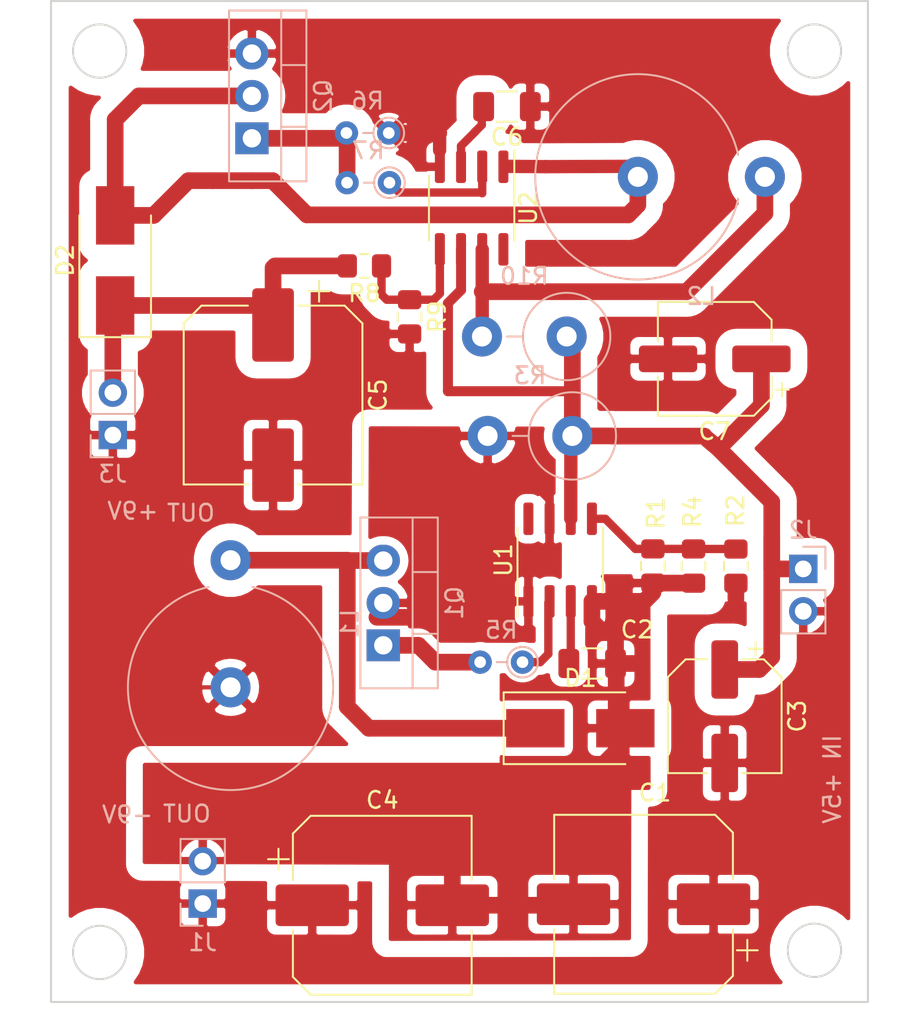
<source format=kicad_pcb>
(kicad_pcb (version 20171130) (host pcbnew 5.1.5+dfsg1-2build2)

  (general
    (thickness 1.6)
    (drawings 13)
    (tracks 163)
    (zones 0)
    (modules 28)
    (nets 17)
  )

  (page A4)
  (layers
    (0 F.Cu signal)
    (31 B.Cu signal)
    (32 B.Adhes user)
    (33 F.Adhes user)
    (34 B.Paste user)
    (35 F.Paste user)
    (36 B.SilkS user)
    (37 F.SilkS user)
    (38 B.Mask user)
    (39 F.Mask user)
    (40 Dwgs.User user)
    (41 Cmts.User user)
    (42 Eco1.User user)
    (43 Eco2.User user)
    (44 Edge.Cuts user)
    (45 Margin user)
    (46 B.CrtYd user)
    (47 F.CrtYd user)
    (48 B.Fab user)
    (49 F.Fab user)
  )

  (setup
    (last_trace_width 0.25)
    (trace_clearance 0.2)
    (zone_clearance 1)
    (zone_45_only no)
    (trace_min 0.2)
    (via_size 0.8)
    (via_drill 0.4)
    (via_min_size 0.4)
    (via_min_drill 0.3)
    (uvia_size 0.3)
    (uvia_drill 0.1)
    (uvias_allowed no)
    (uvia_min_size 0.2)
    (uvia_min_drill 0.1)
    (edge_width 0.05)
    (segment_width 0.2)
    (pcb_text_width 0.3)
    (pcb_text_size 1.5 1.5)
    (mod_edge_width 0.12)
    (mod_text_size 1 1)
    (mod_text_width 0.15)
    (pad_size 1.524 1.524)
    (pad_drill 0.762)
    (pad_to_mask_clearance 0.051)
    (solder_mask_min_width 0.25)
    (aux_axis_origin 0 0)
    (visible_elements FFFFFF7F)
    (pcbplotparams
      (layerselection 0x01000_7fffffff)
      (usegerberextensions false)
      (usegerberattributes false)
      (usegerberadvancedattributes false)
      (creategerberjobfile false)
      (excludeedgelayer false)
      (linewidth 0.100000)
      (plotframeref false)
      (viasonmask false)
      (mode 1)
      (useauxorigin false)
      (hpglpennumber 1)
      (hpglpenspeed 20)
      (hpglpendiameter 15.000000)
      (psnegative true)
      (psa4output false)
      (plotreference true)
      (plotvalue true)
      (plotinvisibletext false)
      (padsonsilk false)
      (subtractmaskfromsilk false)
      (outputformat 4)
      (mirror true)
      (drillshape 1)
      (scaleselection 1)
      (outputdirectory "gb/"))
  )

  (net 0 "")
  (net 1 -9V)
  (net 2 "Net-(C2-Pad2)")
  (net 3 +5V)
  (net 4 GND)
  (net 5 "Net-(D1-Pad1)")
  (net 6 "Net-(R1-Pad1)")
  (net 7 "Net-(Q1-Pad1)")
  (net 8 "Net-(Q1-Pad2)")
  (net 9 "Net-(R5-Pad1)")
  (net 10 +9V)
  (net 11 "Net-(C6-Pad2)")
  (net 12 "Net-(D2-Pad2)")
  (net 13 "Net-(L2-Pad2)")
  (net 14 "Net-(Q2-Pad1)")
  (net 15 "Net-(R7-Pad1)")
  (net 16 "Net-(R8-Pad1)")

  (net_class Default "Это класс цепей по умолчанию."
    (clearance 0.2)
    (trace_width 0.25)
    (via_dia 0.8)
    (via_drill 0.4)
    (uvia_dia 0.3)
    (uvia_drill 0.1)
    (add_net +5V)
    (add_net +9V)
    (add_net -9V)
    (add_net GND)
    (add_net "Net-(C2-Pad2)")
    (add_net "Net-(C6-Pad2)")
    (add_net "Net-(D1-Pad1)")
    (add_net "Net-(D2-Pad2)")
    (add_net "Net-(L2-Pad2)")
    (add_net "Net-(Q1-Pad1)")
    (add_net "Net-(Q1-Pad2)")
    (add_net "Net-(Q2-Pad1)")
    (add_net "Net-(R1-Pad1)")
    (add_net "Net-(R5-Pad1)")
    (add_net "Net-(R7-Pad1)")
    (add_net "Net-(R8-Pad1)")
  )

  (module footprint:C_1206 (layer F.Cu) (tedit 5CA474EB) (tstamp 5FCAAF5D)
    (at 198.46 89.71 180)
    (descr "Capacitor SMD 1206 (3216 Metric), square (rectangular) end terminal, IPC_7351 nominal, (Body size source: http://www.tortai-tech.com/upload/download/2011102023233369053.pdf), generated with kicad-footprint-generator")
    (tags capacitor)
    (path /5FCAE804)
    (attr smd)
    (fp_text reference C2 (at -2.69 2.03) (layer F.SilkS)
      (effects (font (size 1 1) (thickness 0.15)))
    )
    (fp_text value "4.8 pf" (at 0 1.82) (layer F.Fab)
      (effects (font (size 1 1) (thickness 0.15)))
    )
    (fp_line (start -1.6 0.8) (end -1.6 -0.8) (layer F.Fab) (width 0.1))
    (fp_line (start -1.6 -0.8) (end 1.6 -0.8) (layer F.Fab) (width 0.1))
    (fp_line (start 1.6 -0.8) (end 1.6 0.8) (layer F.Fab) (width 0.1))
    (fp_line (start 1.6 0.8) (end -1.6 0.8) (layer F.Fab) (width 0.1))
    (fp_line (start -0.602064 -0.91) (end 0.602064 -0.91) (layer F.SilkS) (width 0.12))
    (fp_line (start -0.602064 0.91) (end 0.602064 0.91) (layer F.SilkS) (width 0.12))
    (fp_line (start -2.28 1.12) (end -2.28 -1.12) (layer F.CrtYd) (width 0.05))
    (fp_line (start -2.28 -1.12) (end 2.28 -1.12) (layer F.CrtYd) (width 0.05))
    (fp_line (start 2.28 -1.12) (end 2.28 1.12) (layer F.CrtYd) (width 0.05))
    (fp_line (start 2.28 1.12) (end -2.28 1.12) (layer F.CrtYd) (width 0.05))
    (fp_text user %R (at 0 0) (layer F.Fab)
      (effects (font (size 0.8 0.8) (thickness 0.12)))
    )
    (pad 1 smd roundrect (at -1.4 0 180) (size 1.25 1.75) (layers F.Cu F.Paste F.Mask) (roundrect_rratio 0.2)
      (net 1 -9V))
    (pad 2 smd roundrect (at 1.4 0 180) (size 1.25 1.75) (layers F.Cu F.Paste F.Mask) (roundrect_rratio 0.2)
      (net 2 "Net-(C2-Pad2)"))
    (model ${KIPRJMOD}/../library/footprint/3D/C_1206.step
      (at (xyz 0 0 0))
      (scale (xyz 1 1 1))
      (rotate (xyz 0 0 0))
    )
  )

  (module Connector_PinHeader_2.54mm:PinHeader_1x02_P2.54mm_Vertical (layer B.Cu) (tedit 59FED5CC) (tstamp 5FCAAFB2)
    (at 175.1 104.1)
    (descr "Through hole straight pin header, 1x02, 2.54mm pitch, single row")
    (tags "Through hole pin header THT 1x02 2.54mm single row")
    (path /5FCB9ED4)
    (fp_text reference J1 (at 0 2.33) (layer B.SilkS)
      (effects (font (size 1 1) (thickness 0.15)) (justify mirror))
    )
    (fp_text value Conn_01x02_Male (at 0 -4.87) (layer B.Fab)
      (effects (font (size 1 1) (thickness 0.15)) (justify mirror))
    )
    (fp_text user %R (at 0 -1.27 270) (layer B.Fab)
      (effects (font (size 1 1) (thickness 0.15)) (justify mirror))
    )
    (fp_line (start 1.8 1.8) (end -1.8 1.8) (layer B.CrtYd) (width 0.05))
    (fp_line (start 1.8 -4.35) (end 1.8 1.8) (layer B.CrtYd) (width 0.05))
    (fp_line (start -1.8 -4.35) (end 1.8 -4.35) (layer B.CrtYd) (width 0.05))
    (fp_line (start -1.8 1.8) (end -1.8 -4.35) (layer B.CrtYd) (width 0.05))
    (fp_line (start -1.33 1.33) (end 0 1.33) (layer B.SilkS) (width 0.12))
    (fp_line (start -1.33 0) (end -1.33 1.33) (layer B.SilkS) (width 0.12))
    (fp_line (start -1.33 -1.27) (end 1.33 -1.27) (layer B.SilkS) (width 0.12))
    (fp_line (start 1.33 -1.27) (end 1.33 -3.87) (layer B.SilkS) (width 0.12))
    (fp_line (start -1.33 -1.27) (end -1.33 -3.87) (layer B.SilkS) (width 0.12))
    (fp_line (start -1.33 -3.87) (end 1.33 -3.87) (layer B.SilkS) (width 0.12))
    (fp_line (start -1.27 0.635) (end -0.635 1.27) (layer B.Fab) (width 0.1))
    (fp_line (start -1.27 -3.81) (end -1.27 0.635) (layer B.Fab) (width 0.1))
    (fp_line (start 1.27 -3.81) (end -1.27 -3.81) (layer B.Fab) (width 0.1))
    (fp_line (start 1.27 1.27) (end 1.27 -3.81) (layer B.Fab) (width 0.1))
    (fp_line (start -0.635 1.27) (end 1.27 1.27) (layer B.Fab) (width 0.1))
    (pad 2 thru_hole oval (at 0 -2.54) (size 1.7 1.7) (drill 1) (layers *.Cu *.Mask)
      (net 1 -9V))
    (pad 1 thru_hole rect (at 0 0) (size 1.7 1.7) (drill 1) (layers *.Cu *.Mask)
      (net 4 GND))
    (model ${KISYS3DMOD}/Connector_PinHeader_2.54mm.3dshapes/PinHeader_1x02_P2.54mm_Vertical.wrl
      (at (xyz 0 0 0))
      (scale (xyz 1 1 1))
      (rotate (xyz 0 0 0))
    )
  )

  (module Connector_PinHeader_2.54mm:PinHeader_1x02_P2.54mm_Vertical (layer B.Cu) (tedit 59FED5CC) (tstamp 5FCAAFC8)
    (at 211.12 84.04 180)
    (descr "Through hole straight pin header, 1x02, 2.54mm pitch, single row")
    (tags "Through hole pin header THT 1x02 2.54mm single row")
    (path /5FCA7ED1)
    (fp_text reference J2 (at 0 2.33) (layer B.SilkS)
      (effects (font (size 1 1) (thickness 0.15)) (justify mirror))
    )
    (fp_text value Conn_01x02_Male (at 0 -4.87) (layer B.Fab)
      (effects (font (size 1 1) (thickness 0.15)) (justify mirror))
    )
    (fp_line (start -0.635 1.27) (end 1.27 1.27) (layer B.Fab) (width 0.1))
    (fp_line (start 1.27 1.27) (end 1.27 -3.81) (layer B.Fab) (width 0.1))
    (fp_line (start 1.27 -3.81) (end -1.27 -3.81) (layer B.Fab) (width 0.1))
    (fp_line (start -1.27 -3.81) (end -1.27 0.635) (layer B.Fab) (width 0.1))
    (fp_line (start -1.27 0.635) (end -0.635 1.27) (layer B.Fab) (width 0.1))
    (fp_line (start -1.33 -3.87) (end 1.33 -3.87) (layer B.SilkS) (width 0.12))
    (fp_line (start -1.33 -1.27) (end -1.33 -3.87) (layer B.SilkS) (width 0.12))
    (fp_line (start 1.33 -1.27) (end 1.33 -3.87) (layer B.SilkS) (width 0.12))
    (fp_line (start -1.33 -1.27) (end 1.33 -1.27) (layer B.SilkS) (width 0.12))
    (fp_line (start -1.33 0) (end -1.33 1.33) (layer B.SilkS) (width 0.12))
    (fp_line (start -1.33 1.33) (end 0 1.33) (layer B.SilkS) (width 0.12))
    (fp_line (start -1.8 1.8) (end -1.8 -4.35) (layer B.CrtYd) (width 0.05))
    (fp_line (start -1.8 -4.35) (end 1.8 -4.35) (layer B.CrtYd) (width 0.05))
    (fp_line (start 1.8 -4.35) (end 1.8 1.8) (layer B.CrtYd) (width 0.05))
    (fp_line (start 1.8 1.8) (end -1.8 1.8) (layer B.CrtYd) (width 0.05))
    (fp_text user %R (at 0 -1.27 270) (layer B.Fab)
      (effects (font (size 1 1) (thickness 0.15)) (justify mirror))
    )
    (pad 1 thru_hole rect (at 0 0 180) (size 1.7 1.7) (drill 1) (layers *.Cu *.Mask)
      (net 3 +5V))
    (pad 2 thru_hole oval (at 0 -2.54 180) (size 1.7 1.7) (drill 1) (layers *.Cu *.Mask)
      (net 4 GND))
    (model ${KISYS3DMOD}/Connector_PinHeader_2.54mm.3dshapes/PinHeader_1x02_P2.54mm_Vertical.wrl
      (at (xyz 0 0 0))
      (scale (xyz 1 1 1))
      (rotate (xyz 0 0 0))
    )
  )

  (module Inductor_THT:L_Axial_L20.3mm_D12.1mm_P7.62mm_Vertical_Vishay_IHA-101 (layer B.Cu) (tedit 5B85CCE0) (tstamp 5FCAAFD6)
    (at 176.77 91.14 90)
    (descr "Inductor, Axial series, Axial, Vertical, pin pitch=7.62mm, , length*diameter=20.32*12.07mm^2, Vishay, IHA-101, http://www.vishay.com/docs/34014/iha.pdf")
    (tags "Inductor Axial series Axial Vertical pin pitch 7.62mm  length 20.32mm diameter 12.07mm Vishay IHA-101")
    (path /5FCBBE7F)
    (fp_text reference L1 (at 3.81 7.155 270) (layer B.SilkS)
      (effects (font (size 1 1) (thickness 0.15)) (justify mirror))
    )
    (fp_text value L (at 3.81 -7.155 270) (layer B.Fab)
      (effects (font (size 1 1) (thickness 0.15)) (justify mirror))
    )
    (fp_arc (start 0 0) (end 6.01179 1.32) (angle 335.232328) (layer B.SilkS) (width 0.12))
    (fp_circle (center 0 0) (end 6.035 0) (layer B.Fab) (width 0.1))
    (fp_line (start 0 0) (end 7.62 0) (layer B.Fab) (width 0.1))
    (fp_line (start -6.29 6.29) (end -6.29 -6.29) (layer B.CrtYd) (width 0.05))
    (fp_line (start -6.29 -6.29) (end 9.07 -6.29) (layer B.CrtYd) (width 0.05))
    (fp_line (start 9.07 -6.29) (end 9.07 6.29) (layer B.CrtYd) (width 0.05))
    (fp_line (start 9.07 6.29) (end -6.29 6.29) (layer B.CrtYd) (width 0.05))
    (fp_text user %R (at 0 1.7 270) (layer B.Fab)
      (effects (font (size 1 1) (thickness 0.15)) (justify mirror))
    )
    (pad 1 thru_hole circle (at 0 0 90) (size 2.4 2.4) (drill 1.2) (layers *.Cu *.Mask)
      (net 4 GND))
    (pad 2 thru_hole oval (at 7.62 0 90) (size 2.4 2.4) (drill 1.2) (layers *.Cu *.Mask)
      (net 5 "Net-(D1-Pad1)"))
    (model ${KISYS3DMOD}/Inductor_THT.3dshapes/L_Axial_L20.3mm_D12.1mm_P7.62mm_Vertical_Vishay_IHA-101.wrl
      (at (xyz 0 0 0))
      (scale (xyz 1 1 1))
      (rotate (xyz 0 0 0))
    )
  )

  (module Resistor_SMD:R_0805_2012Metric_Pad1.15x1.40mm_HandSolder (layer F.Cu) (tedit 5B36C52B) (tstamp 5FCAAFE7)
    (at 202.1 83.865 270)
    (descr "Resistor SMD 0805 (2012 Metric), square (rectangular) end terminal, IPC_7351 nominal with elongated pad for handsoldering. (Body size source: https://docs.google.com/spreadsheets/d/1BsfQQcO9C6DZCsRaXUlFlo91Tg2WpOkGARC1WS5S8t0/edit?usp=sharing), generated with kicad-footprint-generator")
    (tags "resistor handsolder")
    (path /5FCAC522)
    (attr smd)
    (fp_text reference R1 (at -3.175 -0.18 90) (layer F.SilkS)
      (effects (font (size 1 1) (thickness 0.15)))
    )
    (fp_text value "1 k" (at 0 1.65 90) (layer F.Fab)
      (effects (font (size 1 1) (thickness 0.15)))
    )
    (fp_text user %R (at 0 0 90) (layer F.Fab)
      (effects (font (size 0.5 0.5) (thickness 0.08)))
    )
    (fp_line (start 1.85 0.95) (end -1.85 0.95) (layer F.CrtYd) (width 0.05))
    (fp_line (start 1.85 -0.95) (end 1.85 0.95) (layer F.CrtYd) (width 0.05))
    (fp_line (start -1.85 -0.95) (end 1.85 -0.95) (layer F.CrtYd) (width 0.05))
    (fp_line (start -1.85 0.95) (end -1.85 -0.95) (layer F.CrtYd) (width 0.05))
    (fp_line (start -0.261252 0.71) (end 0.261252 0.71) (layer F.SilkS) (width 0.12))
    (fp_line (start -0.261252 -0.71) (end 0.261252 -0.71) (layer F.SilkS) (width 0.12))
    (fp_line (start 1 0.6) (end -1 0.6) (layer F.Fab) (width 0.1))
    (fp_line (start 1 -0.6) (end 1 0.6) (layer F.Fab) (width 0.1))
    (fp_line (start -1 -0.6) (end 1 -0.6) (layer F.Fab) (width 0.1))
    (fp_line (start -1 0.6) (end -1 -0.6) (layer F.Fab) (width 0.1))
    (pad 2 smd roundrect (at 1.025 0 270) (size 1.15 1.4) (layers F.Cu F.Paste F.Mask) (roundrect_rratio 0.217391)
      (net 1 -9V))
    (pad 1 smd roundrect (at -1.025 0 270) (size 1.15 1.4) (layers F.Cu F.Paste F.Mask) (roundrect_rratio 0.217391)
      (net 6 "Net-(R1-Pad1)"))
    (model ${KISYS3DMOD}/Resistor_SMD.3dshapes/R_0805_2012Metric.wrl
      (at (xyz 0 0 0))
      (scale (xyz 1 1 1))
      (rotate (xyz 0 0 0))
    )
  )

  (module Resistor_SMD:R_0805_2012Metric_Pad1.15x1.40mm_HandSolder (layer F.Cu) (tedit 5B36C52B) (tstamp 5FCAAFF8)
    (at 207.08 83.875 270)
    (descr "Resistor SMD 0805 (2012 Metric), square (rectangular) end terminal, IPC_7351 nominal with elongated pad for handsoldering. (Body size source: https://docs.google.com/spreadsheets/d/1BsfQQcO9C6DZCsRaXUlFlo91Tg2WpOkGARC1WS5S8t0/edit?usp=sharing), generated with kicad-footprint-generator")
    (tags "resistor handsolder")
    (path /5FCAC1BB)
    (attr smd)
    (fp_text reference R2 (at -3.325 0.02 90) (layer F.SilkS)
      (effects (font (size 1 1) (thickness 0.15)))
    )
    (fp_text value "8.2 k" (at 0 1.65 90) (layer F.Fab)
      (effects (font (size 1 1) (thickness 0.15)))
    )
    (fp_line (start -1 0.6) (end -1 -0.6) (layer F.Fab) (width 0.1))
    (fp_line (start -1 -0.6) (end 1 -0.6) (layer F.Fab) (width 0.1))
    (fp_line (start 1 -0.6) (end 1 0.6) (layer F.Fab) (width 0.1))
    (fp_line (start 1 0.6) (end -1 0.6) (layer F.Fab) (width 0.1))
    (fp_line (start -0.261252 -0.71) (end 0.261252 -0.71) (layer F.SilkS) (width 0.12))
    (fp_line (start -0.261252 0.71) (end 0.261252 0.71) (layer F.SilkS) (width 0.12))
    (fp_line (start -1.85 0.95) (end -1.85 -0.95) (layer F.CrtYd) (width 0.05))
    (fp_line (start -1.85 -0.95) (end 1.85 -0.95) (layer F.CrtYd) (width 0.05))
    (fp_line (start 1.85 -0.95) (end 1.85 0.95) (layer F.CrtYd) (width 0.05))
    (fp_line (start 1.85 0.95) (end -1.85 0.95) (layer F.CrtYd) (width 0.05))
    (fp_text user %R (at 0 0 90) (layer F.Fab)
      (effects (font (size 0.5 0.5) (thickness 0.08)))
    )
    (pad 1 smd roundrect (at -1.025 0 270) (size 1.15 1.4) (layers F.Cu F.Paste F.Mask) (roundrect_rratio 0.217391)
      (net 6 "Net-(R1-Pad1)"))
    (pad 2 smd roundrect (at 1.025 0 270) (size 1.15 1.4) (layers F.Cu F.Paste F.Mask) (roundrect_rratio 0.217391)
      (net 4 GND))
    (model ${KISYS3DMOD}/Resistor_SMD.3dshapes/R_0805_2012Metric.wrl
      (at (xyz 0 0 0))
      (scale (xyz 1 1 1))
      (rotate (xyz 0 0 0))
    )
  )

  (module Package_SO:SOIC-8_3.9x4.9mm_P1.27mm (layer F.Cu) (tedit 5D9F72B1) (tstamp 5FCAB023)
    (at 196.54 83.51 90)
    (descr "SOIC, 8 Pin (JEDEC MS-012AA, https://www.analog.com/media/en/package-pcb-resources/package/pkg_pdf/soic_narrow-r/r_8.pdf), generated with kicad-footprint-generator ipc_gullwing_generator.py")
    (tags "SOIC SO")
    (path /5FCA6D5A)
    (attr smd)
    (fp_text reference U1 (at 0 -3.4 90) (layer F.SilkS)
      (effects (font (size 1 1) (thickness 0.15)))
    )
    (fp_text value MCP3063 (at 0 3.4 90) (layer F.Fab)
      (effects (font (size 1 1) (thickness 0.15)))
    )
    (fp_line (start 0 2.56) (end 1.95 2.56) (layer F.SilkS) (width 0.12))
    (fp_line (start 0 2.56) (end -1.95 2.56) (layer F.SilkS) (width 0.12))
    (fp_line (start 0 -2.56) (end 1.95 -2.56) (layer F.SilkS) (width 0.12))
    (fp_line (start 0 -2.56) (end -3.45 -2.56) (layer F.SilkS) (width 0.12))
    (fp_line (start -0.975 -2.45) (end 1.95 -2.45) (layer F.Fab) (width 0.1))
    (fp_line (start 1.95 -2.45) (end 1.95 2.45) (layer F.Fab) (width 0.1))
    (fp_line (start 1.95 2.45) (end -1.95 2.45) (layer F.Fab) (width 0.1))
    (fp_line (start -1.95 2.45) (end -1.95 -1.475) (layer F.Fab) (width 0.1))
    (fp_line (start -1.95 -1.475) (end -0.975 -2.45) (layer F.Fab) (width 0.1))
    (fp_line (start -3.7 -2.7) (end -3.7 2.7) (layer F.CrtYd) (width 0.05))
    (fp_line (start -3.7 2.7) (end 3.7 2.7) (layer F.CrtYd) (width 0.05))
    (fp_line (start 3.7 2.7) (end 3.7 -2.7) (layer F.CrtYd) (width 0.05))
    (fp_line (start 3.7 -2.7) (end -3.7 -2.7) (layer F.CrtYd) (width 0.05))
    (fp_text user %R (at 0 0 90) (layer F.Fab)
      (effects (font (size 0.98 0.98) (thickness 0.15)))
    )
    (pad 1 smd roundrect (at -2.475 -1.905 90) (size 1.95 0.6) (layers F.Cu F.Paste F.Mask) (roundrect_rratio 0.25)
      (net 8 "Net-(Q1-Pad2)"))
    (pad 2 smd roundrect (at -2.475 -0.635 90) (size 1.95 0.6) (layers F.Cu F.Paste F.Mask) (roundrect_rratio 0.25)
      (net 9 "Net-(R5-Pad1)"))
    (pad 3 smd roundrect (at -2.475 0.635 90) (size 1.95 0.6) (layers F.Cu F.Paste F.Mask) (roundrect_rratio 0.25)
      (net 2 "Net-(C2-Pad2)"))
    (pad 4 smd roundrect (at -2.475 1.905 90) (size 1.95 0.6) (layers F.Cu F.Paste F.Mask) (roundrect_rratio 0.25)
      (net 1 -9V))
    (pad 5 smd roundrect (at 2.475 1.905 90) (size 1.95 0.6) (layers F.Cu F.Paste F.Mask) (roundrect_rratio 0.25)
      (net 6 "Net-(R1-Pad1)"))
    (pad 6 smd roundrect (at 2.475 0.635 90) (size 1.95 0.6) (layers F.Cu F.Paste F.Mask) (roundrect_rratio 0.25)
      (net 3 +5V))
    (pad 7 smd roundrect (at 2.475 -0.635 90) (size 1.95 0.6) (layers F.Cu F.Paste F.Mask) (roundrect_rratio 0.25)
      (net 8 "Net-(Q1-Pad2)"))
    (pad 8 smd roundrect (at 2.475 -1.905 90) (size 1.95 0.6) (layers F.Cu F.Paste F.Mask) (roundrect_rratio 0.25))
    (model ${KISYS3DMOD}/Package_SO.3dshapes/SOIC-8_3.9x4.9mm_P1.27mm.wrl
      (at (xyz 0 0 0))
      (scale (xyz 1 1 1))
      (rotate (xyz 0 0 0))
    )
  )

  (module Resistor_SMD:R_0805_2012Metric_Pad1.15x1.40mm_HandSolder (layer F.Cu) (tedit 5B36C52B) (tstamp 5FCA7E2A)
    (at 204.54 83.87 270)
    (descr "Resistor SMD 0805 (2012 Metric), square (rectangular) end terminal, IPC_7351 nominal with elongated pad for handsoldering. (Body size source: https://docs.google.com/spreadsheets/d/1BsfQQcO9C6DZCsRaXUlFlo91Tg2WpOkGARC1WS5S8t0/edit?usp=sharing), generated with kicad-footprint-generator")
    (tags "resistor handsolder")
    (path /5FCCAB0C)
    (attr smd)
    (fp_text reference R4 (at -3.25 0.07 90) (layer F.SilkS)
      (effects (font (size 1 1) (thickness 0.15)))
    )
    (fp_text value "20 k" (at 0 1.65 90) (layer F.Fab)
      (effects (font (size 1 1) (thickness 0.15)))
    )
    (fp_line (start -1 0.6) (end -1 -0.6) (layer F.Fab) (width 0.1))
    (fp_line (start -1 -0.6) (end 1 -0.6) (layer F.Fab) (width 0.1))
    (fp_line (start 1 -0.6) (end 1 0.6) (layer F.Fab) (width 0.1))
    (fp_line (start 1 0.6) (end -1 0.6) (layer F.Fab) (width 0.1))
    (fp_line (start -0.261252 -0.71) (end 0.261252 -0.71) (layer F.SilkS) (width 0.12))
    (fp_line (start -0.261252 0.71) (end 0.261252 0.71) (layer F.SilkS) (width 0.12))
    (fp_line (start -1.85 0.95) (end -1.85 -0.95) (layer F.CrtYd) (width 0.05))
    (fp_line (start -1.85 -0.95) (end 1.85 -0.95) (layer F.CrtYd) (width 0.05))
    (fp_line (start 1.85 -0.95) (end 1.85 0.95) (layer F.CrtYd) (width 0.05))
    (fp_line (start 1.85 0.95) (end -1.85 0.95) (layer F.CrtYd) (width 0.05))
    (fp_text user %R (at 0 0 90) (layer F.Fab)
      (effects (font (size 0.5 0.5) (thickness 0.08)))
    )
    (pad 1 smd roundrect (at -1.025 0 270) (size 1.15 1.4) (layers F.Cu F.Paste F.Mask) (roundrect_rratio 0.217391)
      (net 6 "Net-(R1-Pad1)"))
    (pad 2 smd roundrect (at 1.025 0 270) (size 1.15 1.4) (layers F.Cu F.Paste F.Mask) (roundrect_rratio 0.217391)
      (net 1 -9V))
    (model ${KISYS3DMOD}/Resistor_SMD.3dshapes/R_0805_2012Metric.wrl
      (at (xyz 0 0 0))
      (scale (xyz 1 1 1))
      (rotate (xyz 0 0 0))
    )
  )

  (module Capacitor_SMD:CP_Elec_10x10.5 (layer F.Cu) (tedit 5BCA39D1) (tstamp 5FCE471E)
    (at 201.54 104.14 180)
    (descr "SMD capacitor, aluminum electrolytic, Vishay 1010, 10.0x10.5mm, http://www.vishay.com/docs/28395/150crz.pdf")
    (tags "capacitor electrolytic")
    (path /5FCA89A5)
    (attr smd)
    (fp_text reference C1 (at -0.68 6.68 180) (layer F.SilkS)
      (effects (font (size 1 1) (thickness 0.15)))
    )
    (fp_text value "1000 uf" (at 0 6.3 180) (layer F.Fab)
      (effects (font (size 1 1) (thickness 0.15)))
    )
    (fp_circle (center 0 0) (end 5 0) (layer F.Fab) (width 0.1))
    (fp_line (start 5.25 -5.25) (end 5.25 5.25) (layer F.Fab) (width 0.1))
    (fp_line (start -4.25 -5.25) (end 5.25 -5.25) (layer F.Fab) (width 0.1))
    (fp_line (start -4.25 5.25) (end 5.25 5.25) (layer F.Fab) (width 0.1))
    (fp_line (start -5.25 -4.25) (end -5.25 4.25) (layer F.Fab) (width 0.1))
    (fp_line (start -5.25 -4.25) (end -4.25 -5.25) (layer F.Fab) (width 0.1))
    (fp_line (start -5.25 4.25) (end -4.25 5.25) (layer F.Fab) (width 0.1))
    (fp_line (start -4.558325 -1.7) (end -3.558325 -1.7) (layer F.Fab) (width 0.1))
    (fp_line (start -4.058325 -2.2) (end -4.058325 -1.2) (layer F.Fab) (width 0.1))
    (fp_line (start 5.36 5.36) (end 5.36 1.51) (layer F.SilkS) (width 0.12))
    (fp_line (start 5.36 -5.36) (end 5.36 -1.51) (layer F.SilkS) (width 0.12))
    (fp_line (start -4.295563 -5.36) (end 5.36 -5.36) (layer F.SilkS) (width 0.12))
    (fp_line (start -4.295563 5.36) (end 5.36 5.36) (layer F.SilkS) (width 0.12))
    (fp_line (start -5.36 4.295563) (end -5.36 1.51) (layer F.SilkS) (width 0.12))
    (fp_line (start -5.36 -4.295563) (end -5.36 -1.51) (layer F.SilkS) (width 0.12))
    (fp_line (start -5.36 -4.295563) (end -4.295563 -5.36) (layer F.SilkS) (width 0.12))
    (fp_line (start -5.36 4.295563) (end -4.295563 5.36) (layer F.SilkS) (width 0.12))
    (fp_line (start -6.85 -2.76) (end -5.6 -2.76) (layer F.SilkS) (width 0.12))
    (fp_line (start -6.225 -3.385) (end -6.225 -2.135) (layer F.SilkS) (width 0.12))
    (fp_line (start 5.5 -5.5) (end 5.5 -1.5) (layer F.CrtYd) (width 0.05))
    (fp_line (start 5.5 -1.5) (end 6.65 -1.5) (layer F.CrtYd) (width 0.05))
    (fp_line (start 6.65 -1.5) (end 6.65 1.5) (layer F.CrtYd) (width 0.05))
    (fp_line (start 6.65 1.5) (end 5.5 1.5) (layer F.CrtYd) (width 0.05))
    (fp_line (start 5.5 1.5) (end 5.5 5.5) (layer F.CrtYd) (width 0.05))
    (fp_line (start -4.35 5.5) (end 5.5 5.5) (layer F.CrtYd) (width 0.05))
    (fp_line (start -4.35 -5.5) (end 5.5 -5.5) (layer F.CrtYd) (width 0.05))
    (fp_line (start -5.5 4.35) (end -4.35 5.5) (layer F.CrtYd) (width 0.05))
    (fp_line (start -5.5 -4.35) (end -4.35 -5.5) (layer F.CrtYd) (width 0.05))
    (fp_line (start -5.5 -4.35) (end -5.5 -1.5) (layer F.CrtYd) (width 0.05))
    (fp_line (start -5.5 1.5) (end -5.5 4.35) (layer F.CrtYd) (width 0.05))
    (fp_line (start -5.5 -1.5) (end -6.65 -1.5) (layer F.CrtYd) (width 0.05))
    (fp_line (start -6.65 -1.5) (end -6.65 1.5) (layer F.CrtYd) (width 0.05))
    (fp_line (start -6.65 1.5) (end -5.5 1.5) (layer F.CrtYd) (width 0.05))
    (fp_text user %R (at 0 0 180) (layer F.Fab)
      (effects (font (size 1 1) (thickness 0.15)))
    )
    (pad 1 smd roundrect (at -4.2 0 180) (size 4.4 2.5) (layers F.Cu F.Paste F.Mask) (roundrect_rratio 0.1)
      (net 4 GND))
    (pad 2 smd roundrect (at 4.2 0 180) (size 4.4 2.5) (layers F.Cu F.Paste F.Mask) (roundrect_rratio 0.1)
      (net 1 -9V))
    (model ${KISYS3DMOD}/Capacitor_SMD.3dshapes/CP_Elec_10x10.5.wrl
      (at (xyz 0 0 0))
      (scale (xyz 1 1 1))
      (rotate (xyz 0 0 0))
    )
  )

  (module Capacitor_SMD:CP_Elec_10x10.5 (layer F.Cu) (tedit 5BCA39D1) (tstamp 5FCE476C)
    (at 185.87 104.2)
    (descr "SMD capacitor, aluminum electrolytic, Vishay 1010, 10.0x10.5mm, http://www.vishay.com/docs/28395/150crz.pdf")
    (tags "capacitor electrolytic")
    (path /5FCF81C4)
    (attr smd)
    (fp_text reference C4 (at 0 -6.3) (layer F.SilkS)
      (effects (font (size 1 1) (thickness 0.15)))
    )
    (fp_text value "1000 uf" (at 0 6.3) (layer F.Fab)
      (effects (font (size 1 1) (thickness 0.15)))
    )
    (fp_text user %R (at 0 0) (layer F.Fab)
      (effects (font (size 1 1) (thickness 0.15)))
    )
    (fp_line (start -6.65 1.5) (end -5.5 1.5) (layer F.CrtYd) (width 0.05))
    (fp_line (start -6.65 -1.5) (end -6.65 1.5) (layer F.CrtYd) (width 0.05))
    (fp_line (start -5.5 -1.5) (end -6.65 -1.5) (layer F.CrtYd) (width 0.05))
    (fp_line (start -5.5 1.5) (end -5.5 4.35) (layer F.CrtYd) (width 0.05))
    (fp_line (start -5.5 -4.35) (end -5.5 -1.5) (layer F.CrtYd) (width 0.05))
    (fp_line (start -5.5 -4.35) (end -4.35 -5.5) (layer F.CrtYd) (width 0.05))
    (fp_line (start -5.5 4.35) (end -4.35 5.5) (layer F.CrtYd) (width 0.05))
    (fp_line (start -4.35 -5.5) (end 5.5 -5.5) (layer F.CrtYd) (width 0.05))
    (fp_line (start -4.35 5.5) (end 5.5 5.5) (layer F.CrtYd) (width 0.05))
    (fp_line (start 5.5 1.5) (end 5.5 5.5) (layer F.CrtYd) (width 0.05))
    (fp_line (start 6.65 1.5) (end 5.5 1.5) (layer F.CrtYd) (width 0.05))
    (fp_line (start 6.65 -1.5) (end 6.65 1.5) (layer F.CrtYd) (width 0.05))
    (fp_line (start 5.5 -1.5) (end 6.65 -1.5) (layer F.CrtYd) (width 0.05))
    (fp_line (start 5.5 -5.5) (end 5.5 -1.5) (layer F.CrtYd) (width 0.05))
    (fp_line (start -6.225 -3.385) (end -6.225 -2.135) (layer F.SilkS) (width 0.12))
    (fp_line (start -6.85 -2.76) (end -5.6 -2.76) (layer F.SilkS) (width 0.12))
    (fp_line (start -5.36 4.295563) (end -4.295563 5.36) (layer F.SilkS) (width 0.12))
    (fp_line (start -5.36 -4.295563) (end -4.295563 -5.36) (layer F.SilkS) (width 0.12))
    (fp_line (start -5.36 -4.295563) (end -5.36 -1.51) (layer F.SilkS) (width 0.12))
    (fp_line (start -5.36 4.295563) (end -5.36 1.51) (layer F.SilkS) (width 0.12))
    (fp_line (start -4.295563 5.36) (end 5.36 5.36) (layer F.SilkS) (width 0.12))
    (fp_line (start -4.295563 -5.36) (end 5.36 -5.36) (layer F.SilkS) (width 0.12))
    (fp_line (start 5.36 -5.36) (end 5.36 -1.51) (layer F.SilkS) (width 0.12))
    (fp_line (start 5.36 5.36) (end 5.36 1.51) (layer F.SilkS) (width 0.12))
    (fp_line (start -4.058325 -2.2) (end -4.058325 -1.2) (layer F.Fab) (width 0.1))
    (fp_line (start -4.558325 -1.7) (end -3.558325 -1.7) (layer F.Fab) (width 0.1))
    (fp_line (start -5.25 4.25) (end -4.25 5.25) (layer F.Fab) (width 0.1))
    (fp_line (start -5.25 -4.25) (end -4.25 -5.25) (layer F.Fab) (width 0.1))
    (fp_line (start -5.25 -4.25) (end -5.25 4.25) (layer F.Fab) (width 0.1))
    (fp_line (start -4.25 5.25) (end 5.25 5.25) (layer F.Fab) (width 0.1))
    (fp_line (start -4.25 -5.25) (end 5.25 -5.25) (layer F.Fab) (width 0.1))
    (fp_line (start 5.25 -5.25) (end 5.25 5.25) (layer F.Fab) (width 0.1))
    (fp_circle (center 0 0) (end 5 0) (layer F.Fab) (width 0.1))
    (pad 2 smd roundrect (at 4.2 0) (size 4.4 2.5) (layers F.Cu F.Paste F.Mask) (roundrect_rratio 0.1)
      (net 1 -9V))
    (pad 1 smd roundrect (at -4.2 0) (size 4.4 2.5) (layers F.Cu F.Paste F.Mask) (roundrect_rratio 0.1)
      (net 4 GND))
    (model ${KISYS3DMOD}/Capacitor_SMD.3dshapes/CP_Elec_10x10.5.wrl
      (at (xyz 0 0 0))
      (scale (xyz 1 1 1))
      (rotate (xyz 0 0 0))
    )
  )

  (module Resistor_THT:R_Axial_DIN0204_L3.6mm_D1.6mm_P2.54mm_Vertical (layer B.Cu) (tedit 5AE5139B) (tstamp 5FCE4795)
    (at 194.28 89.63 180)
    (descr "Resistor, Axial_DIN0204 series, Axial, Vertical, pin pitch=2.54mm, 0.167W, length*diameter=3.6*1.6mm^2, http://cdn-reichelt.de/documents/datenblatt/B400/1_4W%23YAG.pdf")
    (tags "Resistor Axial_DIN0204 series Axial Vertical pin pitch 2.54mm 0.167W length 3.6mm diameter 1.6mm")
    (path /5FCE9979)
    (fp_text reference R5 (at 1.27 1.92) (layer B.SilkS)
      (effects (font (size 1 1) (thickness 0.15)) (justify mirror))
    )
    (fp_text value "1 k" (at 1.27 -1.92) (layer B.Fab)
      (effects (font (size 1 1) (thickness 0.15)) (justify mirror))
    )
    (fp_circle (center 0 0) (end 0.8 0) (layer B.Fab) (width 0.1))
    (fp_circle (center 0 0) (end 0.92 0) (layer B.SilkS) (width 0.12))
    (fp_line (start 0 0) (end 2.54 0) (layer B.Fab) (width 0.1))
    (fp_line (start 0.92 0) (end 1.54 0) (layer B.SilkS) (width 0.12))
    (fp_line (start -1.05 1.05) (end -1.05 -1.05) (layer B.CrtYd) (width 0.05))
    (fp_line (start -1.05 -1.05) (end 3.49 -1.05) (layer B.CrtYd) (width 0.05))
    (fp_line (start 3.49 -1.05) (end 3.49 1.05) (layer B.CrtYd) (width 0.05))
    (fp_line (start 3.49 1.05) (end -1.05 1.05) (layer B.CrtYd) (width 0.05))
    (fp_text user %R (at 1.27 1.92) (layer B.Fab)
      (effects (font (size 1 1) (thickness 0.15)) (justify mirror))
    )
    (pad 1 thru_hole circle (at 0 0 180) (size 1.4 1.4) (drill 0.7) (layers *.Cu *.Mask)
      (net 9 "Net-(R5-Pad1)"))
    (pad 2 thru_hole oval (at 2.54 0 180) (size 1.4 1.4) (drill 0.7) (layers *.Cu *.Mask)
      (net 7 "Net-(Q1-Pad1)"))
    (model ${KISYS3DMOD}/Resistor_THT.3dshapes/R_Axial_DIN0204_L3.6mm_D1.6mm_P2.54mm_Vertical.wrl
      (at (xyz 0 0 0))
      (scale (xyz 1 1 1))
      (rotate (xyz 0 0 0))
    )
  )

  (module Package_TO_SOT_THT:TO-220-3_Vertical (layer B.Cu) (tedit 5AC8BA0D) (tstamp 5FCE6C29)
    (at 185.93 88.62 90)
    (descr "TO-220-3, Vertical, RM 2.54mm, see https://www.vishay.com/docs/66542/to-220-1.pdf")
    (tags "TO-220-3 Vertical RM 2.54mm")
    (path /5FCE8C68)
    (fp_text reference Q1 (at 2.54 4.27 270) (layer B.SilkS)
      (effects (font (size 1 1) (thickness 0.15)) (justify mirror))
    )
    (fp_text value TIP41C (at 2.54 -2.5 270) (layer B.Fab)
      (effects (font (size 1 1) (thickness 0.15)) (justify mirror))
    )
    (fp_line (start -2.46 3.15) (end -2.46 -1.25) (layer B.Fab) (width 0.1))
    (fp_line (start -2.46 -1.25) (end 7.54 -1.25) (layer B.Fab) (width 0.1))
    (fp_line (start 7.54 -1.25) (end 7.54 3.15) (layer B.Fab) (width 0.1))
    (fp_line (start 7.54 3.15) (end -2.46 3.15) (layer B.Fab) (width 0.1))
    (fp_line (start -2.46 1.88) (end 7.54 1.88) (layer B.Fab) (width 0.1))
    (fp_line (start 0.69 3.15) (end 0.69 1.88) (layer B.Fab) (width 0.1))
    (fp_line (start 4.39 3.15) (end 4.39 1.88) (layer B.Fab) (width 0.1))
    (fp_line (start -2.58 3.27) (end 7.66 3.27) (layer B.SilkS) (width 0.12))
    (fp_line (start -2.58 -1.371) (end 7.66 -1.371) (layer B.SilkS) (width 0.12))
    (fp_line (start -2.58 3.27) (end -2.58 -1.371) (layer B.SilkS) (width 0.12))
    (fp_line (start 7.66 3.27) (end 7.66 -1.371) (layer B.SilkS) (width 0.12))
    (fp_line (start -2.58 1.76) (end 7.66 1.76) (layer B.SilkS) (width 0.12))
    (fp_line (start 0.69 3.27) (end 0.69 1.76) (layer B.SilkS) (width 0.12))
    (fp_line (start 4.391 3.27) (end 4.391 1.76) (layer B.SilkS) (width 0.12))
    (fp_line (start -2.71 3.4) (end -2.71 -1.51) (layer B.CrtYd) (width 0.05))
    (fp_line (start -2.71 -1.51) (end 7.79 -1.51) (layer B.CrtYd) (width 0.05))
    (fp_line (start 7.79 -1.51) (end 7.79 3.4) (layer B.CrtYd) (width 0.05))
    (fp_line (start 7.79 3.4) (end -2.71 3.4) (layer B.CrtYd) (width 0.05))
    (fp_text user %R (at 2.54 4.27 270) (layer B.Fab)
      (effects (font (size 1 1) (thickness 0.15)) (justify mirror))
    )
    (pad 1 thru_hole rect (at 0 0 90) (size 1.905 2) (drill 1.1) (layers *.Cu *.Mask)
      (net 7 "Net-(Q1-Pad1)"))
    (pad 2 thru_hole oval (at 2.54 0 90) (size 1.905 2) (drill 1.1) (layers *.Cu *.Mask)
      (net 8 "Net-(Q1-Pad2)"))
    (pad 3 thru_hole oval (at 5.08 0 90) (size 1.905 2) (drill 1.1) (layers *.Cu *.Mask)
      (net 5 "Net-(D1-Pad1)"))
    (model ${KISYS3DMOD}/Package_TO_SOT_THT.3dshapes/TO-220-3_Vertical.wrl
      (at (xyz 0 0 0))
      (scale (xyz 1 1 1))
      (rotate (xyz 0 0 0))
    )
  )

  (module Capacitor_SMD:CP_Elec_6.3x5.4 (layer F.Cu) (tedit 5BCA39D0) (tstamp 5FD1E3CF)
    (at 206.41 92.87 270)
    (descr "SMD capacitor, aluminum electrolytic, Panasonic C55, 6.3x5.4mm")
    (tags "capacitor electrolytic")
    (path /5FCB96EC)
    (attr smd)
    (fp_text reference C3 (at 0 -4.35 90) (layer F.SilkS)
      (effects (font (size 1 1) (thickness 0.15)))
    )
    (fp_text value "100 uf" (at 0 4.35 90) (layer F.Fab)
      (effects (font (size 1 1) (thickness 0.15)))
    )
    (fp_circle (center 0 0) (end 3.15 0) (layer F.Fab) (width 0.1))
    (fp_line (start 3.3 -3.3) (end 3.3 3.3) (layer F.Fab) (width 0.1))
    (fp_line (start -2.3 -3.3) (end 3.3 -3.3) (layer F.Fab) (width 0.1))
    (fp_line (start -2.3 3.3) (end 3.3 3.3) (layer F.Fab) (width 0.1))
    (fp_line (start -3.3 -2.3) (end -3.3 2.3) (layer F.Fab) (width 0.1))
    (fp_line (start -3.3 -2.3) (end -2.3 -3.3) (layer F.Fab) (width 0.1))
    (fp_line (start -3.3 2.3) (end -2.3 3.3) (layer F.Fab) (width 0.1))
    (fp_line (start -2.704838 -1.33) (end -2.074838 -1.33) (layer F.Fab) (width 0.1))
    (fp_line (start -2.389838 -1.645) (end -2.389838 -1.015) (layer F.Fab) (width 0.1))
    (fp_line (start 3.41 3.41) (end 3.41 1.06) (layer F.SilkS) (width 0.12))
    (fp_line (start 3.41 -3.41) (end 3.41 -1.06) (layer F.SilkS) (width 0.12))
    (fp_line (start -2.345563 -3.41) (end 3.41 -3.41) (layer F.SilkS) (width 0.12))
    (fp_line (start -2.345563 3.41) (end 3.41 3.41) (layer F.SilkS) (width 0.12))
    (fp_line (start -3.41 2.345563) (end -3.41 1.06) (layer F.SilkS) (width 0.12))
    (fp_line (start -3.41 -2.345563) (end -3.41 -1.06) (layer F.SilkS) (width 0.12))
    (fp_line (start -3.41 -2.345563) (end -2.345563 -3.41) (layer F.SilkS) (width 0.12))
    (fp_line (start -3.41 2.345563) (end -2.345563 3.41) (layer F.SilkS) (width 0.12))
    (fp_line (start -4.4375 -1.8475) (end -3.65 -1.8475) (layer F.SilkS) (width 0.12))
    (fp_line (start -4.04375 -2.24125) (end -4.04375 -1.45375) (layer F.SilkS) (width 0.12))
    (fp_line (start 3.55 -3.55) (end 3.55 -1.05) (layer F.CrtYd) (width 0.05))
    (fp_line (start 3.55 -1.05) (end 4.8 -1.05) (layer F.CrtYd) (width 0.05))
    (fp_line (start 4.8 -1.05) (end 4.8 1.05) (layer F.CrtYd) (width 0.05))
    (fp_line (start 4.8 1.05) (end 3.55 1.05) (layer F.CrtYd) (width 0.05))
    (fp_line (start 3.55 1.05) (end 3.55 3.55) (layer F.CrtYd) (width 0.05))
    (fp_line (start -2.4 3.55) (end 3.55 3.55) (layer F.CrtYd) (width 0.05))
    (fp_line (start -2.4 -3.55) (end 3.55 -3.55) (layer F.CrtYd) (width 0.05))
    (fp_line (start -3.55 2.4) (end -2.4 3.55) (layer F.CrtYd) (width 0.05))
    (fp_line (start -3.55 -2.4) (end -2.4 -3.55) (layer F.CrtYd) (width 0.05))
    (fp_line (start -3.55 -2.4) (end -3.55 -1.05) (layer F.CrtYd) (width 0.05))
    (fp_line (start -3.55 1.05) (end -3.55 2.4) (layer F.CrtYd) (width 0.05))
    (fp_line (start -3.55 -1.05) (end -4.8 -1.05) (layer F.CrtYd) (width 0.05))
    (fp_line (start -4.8 -1.05) (end -4.8 1.05) (layer F.CrtYd) (width 0.05))
    (fp_line (start -4.8 1.05) (end -3.55 1.05) (layer F.CrtYd) (width 0.05))
    (fp_text user %R (at 0 0 90) (layer F.Fab)
      (effects (font (size 1 1) (thickness 0.15)))
    )
    (pad 1 smd roundrect (at -2.8 0 270) (size 3.5 1.6) (layers F.Cu F.Paste F.Mask) (roundrect_rratio 0.15625)
      (net 3 +5V))
    (pad 2 smd roundrect (at 2.8 0 270) (size 3.5 1.6) (layers F.Cu F.Paste F.Mask) (roundrect_rratio 0.15625)
      (net 4 GND))
    (model ${KISYS3DMOD}/Capacitor_SMD.3dshapes/CP_Elec_6.3x5.4.wrl
      (at (xyz 0 0 0))
      (scale (xyz 1 1 1))
      (rotate (xyz 0 0 0))
    )
  )

  (module Diode_SMD:D_SMB_Handsoldering (layer F.Cu) (tedit 590B3D55) (tstamp 5FD1E3F6)
    (at 197.75 93.59)
    (descr "Diode SMB (DO-214AA) Handsoldering")
    (tags "Diode SMB (DO-214AA) Handsoldering")
    (path /5FCAFF87)
    (attr smd)
    (fp_text reference D1 (at 0 -3) (layer F.SilkS)
      (effects (font (size 1 1) (thickness 0.15)))
    )
    (fp_text value D (at 0 3) (layer F.Fab)
      (effects (font (size 1 1) (thickness 0.15)))
    )
    (fp_text user %R (at 0 -3) (layer F.Fab)
      (effects (font (size 1 1) (thickness 0.15)))
    )
    (fp_line (start -4.6 -2.15) (end -4.6 2.15) (layer F.SilkS) (width 0.12))
    (fp_line (start 2.3 2) (end -2.3 2) (layer F.Fab) (width 0.1))
    (fp_line (start -2.3 2) (end -2.3 -2) (layer F.Fab) (width 0.1))
    (fp_line (start 2.3 -2) (end 2.3 2) (layer F.Fab) (width 0.1))
    (fp_line (start 2.3 -2) (end -2.3 -2) (layer F.Fab) (width 0.1))
    (fp_line (start -4.7 -2.25) (end 4.7 -2.25) (layer F.CrtYd) (width 0.05))
    (fp_line (start 4.7 -2.25) (end 4.7 2.25) (layer F.CrtYd) (width 0.05))
    (fp_line (start 4.7 2.25) (end -4.7 2.25) (layer F.CrtYd) (width 0.05))
    (fp_line (start -4.7 2.25) (end -4.7 -2.25) (layer F.CrtYd) (width 0.05))
    (fp_line (start -0.64944 0.00102) (end -1.55114 0.00102) (layer F.Fab) (width 0.1))
    (fp_line (start 0.50118 0.00102) (end 1.4994 0.00102) (layer F.Fab) (width 0.1))
    (fp_line (start -0.64944 -0.79908) (end -0.64944 0.80112) (layer F.Fab) (width 0.1))
    (fp_line (start 0.50118 0.75032) (end 0.50118 -0.79908) (layer F.Fab) (width 0.1))
    (fp_line (start -0.64944 0.00102) (end 0.50118 0.75032) (layer F.Fab) (width 0.1))
    (fp_line (start -0.64944 0.00102) (end 0.50118 -0.79908) (layer F.Fab) (width 0.1))
    (fp_line (start -4.6 2.15) (end 2.7 2.15) (layer F.SilkS) (width 0.12))
    (fp_line (start -4.6 -2.15) (end 2.7 -2.15) (layer F.SilkS) (width 0.12))
    (pad 1 smd rect (at -2.7 0) (size 3.5 2.3) (layers F.Cu F.Paste F.Mask)
      (net 5 "Net-(D1-Pad1)"))
    (pad 2 smd rect (at 2.7 0) (size 3.5 2.3) (layers F.Cu F.Paste F.Mask)
      (net 1 -9V))
    (model ${KISYS3DMOD}/Diode_SMD.3dshapes/D_SMB.wrl
      (at (xyz 0 0 0))
      (scale (xyz 1 1 1))
      (rotate (xyz 0 0 0))
    )
  )

  (module Resistor_THT:R_Axial_DIN0516_L15.5mm_D5.0mm_P5.08mm_Vertical (layer B.Cu) (tedit 5AE5139B) (tstamp 5FD3ABB2)
    (at 197.27 76.07 180)
    (descr "Resistor, Axial_DIN0516 series, Axial, Vertical, pin pitch=5.08mm, 2W, length*diameter=15.5*5mm^2, http://cdn-reichelt.de/documents/datenblatt/B400/1_4W%23YAG.pdf")
    (tags "Resistor Axial_DIN0516 series Axial Vertical pin pitch 5.08mm 2W length 15.5mm diameter 5mm")
    (path /5FCA7569)
    (fp_text reference R3 (at 2.54 3.62) (layer B.SilkS)
      (effects (font (size 1 1) (thickness 0.15)) (justify mirror))
    )
    (fp_text value 0.24R (at 2.54 -3.62) (layer B.Fab)
      (effects (font (size 1 1) (thickness 0.15)) (justify mirror))
    )
    (fp_circle (center 0 0) (end 2.5 0) (layer B.Fab) (width 0.1))
    (fp_circle (center 0 0) (end 2.62 0) (layer B.SilkS) (width 0.12))
    (fp_line (start 0 0) (end 5.08 0) (layer B.Fab) (width 0.1))
    (fp_line (start 2.62 0) (end 3.58 0) (layer B.SilkS) (width 0.12))
    (fp_line (start -2.75 2.75) (end -2.75 -2.75) (layer B.CrtYd) (width 0.05))
    (fp_line (start -2.75 -2.75) (end 6.53 -2.75) (layer B.CrtYd) (width 0.05))
    (fp_line (start 6.53 -2.75) (end 6.53 2.75) (layer B.CrtYd) (width 0.05))
    (fp_line (start 6.53 2.75) (end -2.75 2.75) (layer B.CrtYd) (width 0.05))
    (fp_text user %R (at 2.54 3.62) (layer B.Fab)
      (effects (font (size 1 1) (thickness 0.15)) (justify mirror))
    )
    (pad 1 thru_hole circle (at 0 0 180) (size 2.4 2.4) (drill 1.2) (layers *.Cu *.Mask)
      (net 3 +5V))
    (pad 2 thru_hole oval (at 5.08 0 180) (size 2.4 2.4) (drill 1.2) (layers *.Cu *.Mask)
      (net 8 "Net-(Q1-Pad2)"))
    (model ${KISYS3DMOD}/Resistor_THT.3dshapes/R_Axial_DIN0516_L15.5mm_D5.0mm_P5.08mm_Vertical.wrl
      (at (xyz 0 0 0))
      (scale (xyz 1 1 1))
      (rotate (xyz 0 0 0))
    )
  )

  (module Capacitor_SMD:CP_Elec_10x10.5 (layer F.Cu) (tedit 5BCA39D1) (tstamp 5FD89D77)
    (at 179.32 73.62 270)
    (descr "SMD capacitor, aluminum electrolytic, Vishay 1010, 10.0x10.5mm, http://www.vishay.com/docs/28395/150crz.pdf")
    (tags "capacitor electrolytic")
    (path /5FDC368F)
    (attr smd)
    (fp_text reference C5 (at 0 -6.3 90) (layer F.SilkS)
      (effects (font (size 1 1) (thickness 0.15)))
    )
    (fp_text value "1000 uf" (at 0 6.3 90) (layer F.Fab)
      (effects (font (size 1 1) (thickness 0.15)))
    )
    (fp_circle (center 0 0) (end 5 0) (layer F.Fab) (width 0.1))
    (fp_line (start 5.25 -5.25) (end 5.25 5.25) (layer F.Fab) (width 0.1))
    (fp_line (start -4.25 -5.25) (end 5.25 -5.25) (layer F.Fab) (width 0.1))
    (fp_line (start -4.25 5.25) (end 5.25 5.25) (layer F.Fab) (width 0.1))
    (fp_line (start -5.25 -4.25) (end -5.25 4.25) (layer F.Fab) (width 0.1))
    (fp_line (start -5.25 -4.25) (end -4.25 -5.25) (layer F.Fab) (width 0.1))
    (fp_line (start -5.25 4.25) (end -4.25 5.25) (layer F.Fab) (width 0.1))
    (fp_line (start -4.558325 -1.7) (end -3.558325 -1.7) (layer F.Fab) (width 0.1))
    (fp_line (start -4.058325 -2.2) (end -4.058325 -1.2) (layer F.Fab) (width 0.1))
    (fp_line (start 5.36 5.36) (end 5.36 1.51) (layer F.SilkS) (width 0.12))
    (fp_line (start 5.36 -5.36) (end 5.36 -1.51) (layer F.SilkS) (width 0.12))
    (fp_line (start -4.295563 -5.36) (end 5.36 -5.36) (layer F.SilkS) (width 0.12))
    (fp_line (start -4.295563 5.36) (end 5.36 5.36) (layer F.SilkS) (width 0.12))
    (fp_line (start -5.36 4.295563) (end -5.36 1.51) (layer F.SilkS) (width 0.12))
    (fp_line (start -5.36 -4.295563) (end -5.36 -1.51) (layer F.SilkS) (width 0.12))
    (fp_line (start -5.36 -4.295563) (end -4.295563 -5.36) (layer F.SilkS) (width 0.12))
    (fp_line (start -5.36 4.295563) (end -4.295563 5.36) (layer F.SilkS) (width 0.12))
    (fp_line (start -6.85 -2.76) (end -5.6 -2.76) (layer F.SilkS) (width 0.12))
    (fp_line (start -6.225 -3.385) (end -6.225 -2.135) (layer F.SilkS) (width 0.12))
    (fp_line (start 5.5 -5.5) (end 5.5 -1.5) (layer F.CrtYd) (width 0.05))
    (fp_line (start 5.5 -1.5) (end 6.65 -1.5) (layer F.CrtYd) (width 0.05))
    (fp_line (start 6.65 -1.5) (end 6.65 1.5) (layer F.CrtYd) (width 0.05))
    (fp_line (start 6.65 1.5) (end 5.5 1.5) (layer F.CrtYd) (width 0.05))
    (fp_line (start 5.5 1.5) (end 5.5 5.5) (layer F.CrtYd) (width 0.05))
    (fp_line (start -4.35 5.5) (end 5.5 5.5) (layer F.CrtYd) (width 0.05))
    (fp_line (start -4.35 -5.5) (end 5.5 -5.5) (layer F.CrtYd) (width 0.05))
    (fp_line (start -5.5 4.35) (end -4.35 5.5) (layer F.CrtYd) (width 0.05))
    (fp_line (start -5.5 -4.35) (end -4.35 -5.5) (layer F.CrtYd) (width 0.05))
    (fp_line (start -5.5 -4.35) (end -5.5 -1.5) (layer F.CrtYd) (width 0.05))
    (fp_line (start -5.5 1.5) (end -5.5 4.35) (layer F.CrtYd) (width 0.05))
    (fp_line (start -5.5 -1.5) (end -6.65 -1.5) (layer F.CrtYd) (width 0.05))
    (fp_line (start -6.65 -1.5) (end -6.65 1.5) (layer F.CrtYd) (width 0.05))
    (fp_line (start -6.65 1.5) (end -5.5 1.5) (layer F.CrtYd) (width 0.05))
    (fp_text user %R (at 0 0 90) (layer F.Fab)
      (effects (font (size 1 1) (thickness 0.15)))
    )
    (pad 1 smd roundrect (at -4.2 0 270) (size 4.4 2.5) (layers F.Cu F.Paste F.Mask) (roundrect_rratio 0.1)
      (net 10 +9V))
    (pad 2 smd roundrect (at 4.2 0 270) (size 4.4 2.5) (layers F.Cu F.Paste F.Mask) (roundrect_rratio 0.1)
      (net 4 GND))
    (model ${KISYS3DMOD}/Capacitor_SMD.3dshapes/CP_Elec_10x10.5.wrl
      (at (xyz 0 0 0))
      (scale (xyz 1 1 1))
      (rotate (xyz 0 0 0))
    )
  )

  (module footprint:C_1206 (layer F.Cu) (tedit 5CA474EB) (tstamp 5FD89D88)
    (at 193.35 56.33 180)
    (descr "Capacitor SMD 1206 (3216 Metric), square (rectangular) end terminal, IPC_7351 nominal, (Body size source: http://www.tortai-tech.com/upload/download/2011102023233369053.pdf), generated with kicad-footprint-generator")
    (tags capacitor)
    (path /5FD97D94)
    (attr smd)
    (fp_text reference C6 (at 0 -1.82) (layer F.SilkS)
      (effects (font (size 1 1) (thickness 0.15)))
    )
    (fp_text value "2.2 nf" (at 0 1.82) (layer F.Fab)
      (effects (font (size 1 1) (thickness 0.15)))
    )
    (fp_line (start -1.6 0.8) (end -1.6 -0.8) (layer F.Fab) (width 0.1))
    (fp_line (start -1.6 -0.8) (end 1.6 -0.8) (layer F.Fab) (width 0.1))
    (fp_line (start 1.6 -0.8) (end 1.6 0.8) (layer F.Fab) (width 0.1))
    (fp_line (start 1.6 0.8) (end -1.6 0.8) (layer F.Fab) (width 0.1))
    (fp_line (start -0.602064 -0.91) (end 0.602064 -0.91) (layer F.SilkS) (width 0.12))
    (fp_line (start -0.602064 0.91) (end 0.602064 0.91) (layer F.SilkS) (width 0.12))
    (fp_line (start -2.28 1.12) (end -2.28 -1.12) (layer F.CrtYd) (width 0.05))
    (fp_line (start -2.28 -1.12) (end 2.28 -1.12) (layer F.CrtYd) (width 0.05))
    (fp_line (start 2.28 -1.12) (end 2.28 1.12) (layer F.CrtYd) (width 0.05))
    (fp_line (start 2.28 1.12) (end -2.28 1.12) (layer F.CrtYd) (width 0.05))
    (fp_text user %R (at 0 0) (layer F.Fab)
      (effects (font (size 0.8 0.8) (thickness 0.12)))
    )
    (pad 1 smd roundrect (at -1.4 0 180) (size 1.25 1.75) (layers F.Cu F.Paste F.Mask) (roundrect_rratio 0.2)
      (net 4 GND))
    (pad 2 smd roundrect (at 1.4 0 180) (size 1.25 1.75) (layers F.Cu F.Paste F.Mask) (roundrect_rratio 0.2)
      (net 11 "Net-(C6-Pad2)"))
    (model ${KIPRJMOD}/../library/footprint/3D/C_1206.step
      (at (xyz 0 0 0))
      (scale (xyz 1 1 1))
      (rotate (xyz 0 0 0))
    )
  )

  (module Capacitor_SMD:CP_Elec_6.3x5.4 (layer F.Cu) (tedit 5BCA39D0) (tstamp 5FD89DB0)
    (at 205.81 71.45 180)
    (descr "SMD capacitor, aluminum electrolytic, Panasonic C55, 6.3x5.4mm")
    (tags "capacitor electrolytic")
    (path /5FDDEA92)
    (attr smd)
    (fp_text reference C7 (at 0 -4.35) (layer F.SilkS)
      (effects (font (size 1 1) (thickness 0.15)))
    )
    (fp_text value "100 uf" (at 0 4.35) (layer F.Fab)
      (effects (font (size 1 1) (thickness 0.15)))
    )
    (fp_circle (center 0 0) (end 3.15 0) (layer F.Fab) (width 0.1))
    (fp_line (start 3.3 -3.3) (end 3.3 3.3) (layer F.Fab) (width 0.1))
    (fp_line (start -2.3 -3.3) (end 3.3 -3.3) (layer F.Fab) (width 0.1))
    (fp_line (start -2.3 3.3) (end 3.3 3.3) (layer F.Fab) (width 0.1))
    (fp_line (start -3.3 -2.3) (end -3.3 2.3) (layer F.Fab) (width 0.1))
    (fp_line (start -3.3 -2.3) (end -2.3 -3.3) (layer F.Fab) (width 0.1))
    (fp_line (start -3.3 2.3) (end -2.3 3.3) (layer F.Fab) (width 0.1))
    (fp_line (start -2.704838 -1.33) (end -2.074838 -1.33) (layer F.Fab) (width 0.1))
    (fp_line (start -2.389838 -1.645) (end -2.389838 -1.015) (layer F.Fab) (width 0.1))
    (fp_line (start 3.41 3.41) (end 3.41 1.06) (layer F.SilkS) (width 0.12))
    (fp_line (start 3.41 -3.41) (end 3.41 -1.06) (layer F.SilkS) (width 0.12))
    (fp_line (start -2.345563 -3.41) (end 3.41 -3.41) (layer F.SilkS) (width 0.12))
    (fp_line (start -2.345563 3.41) (end 3.41 3.41) (layer F.SilkS) (width 0.12))
    (fp_line (start -3.41 2.345563) (end -3.41 1.06) (layer F.SilkS) (width 0.12))
    (fp_line (start -3.41 -2.345563) (end -3.41 -1.06) (layer F.SilkS) (width 0.12))
    (fp_line (start -3.41 -2.345563) (end -2.345563 -3.41) (layer F.SilkS) (width 0.12))
    (fp_line (start -3.41 2.345563) (end -2.345563 3.41) (layer F.SilkS) (width 0.12))
    (fp_line (start -4.4375 -1.8475) (end -3.65 -1.8475) (layer F.SilkS) (width 0.12))
    (fp_line (start -4.04375 -2.24125) (end -4.04375 -1.45375) (layer F.SilkS) (width 0.12))
    (fp_line (start 3.55 -3.55) (end 3.55 -1.05) (layer F.CrtYd) (width 0.05))
    (fp_line (start 3.55 -1.05) (end 4.8 -1.05) (layer F.CrtYd) (width 0.05))
    (fp_line (start 4.8 -1.05) (end 4.8 1.05) (layer F.CrtYd) (width 0.05))
    (fp_line (start 4.8 1.05) (end 3.55 1.05) (layer F.CrtYd) (width 0.05))
    (fp_line (start 3.55 1.05) (end 3.55 3.55) (layer F.CrtYd) (width 0.05))
    (fp_line (start -2.4 3.55) (end 3.55 3.55) (layer F.CrtYd) (width 0.05))
    (fp_line (start -2.4 -3.55) (end 3.55 -3.55) (layer F.CrtYd) (width 0.05))
    (fp_line (start -3.55 2.4) (end -2.4 3.55) (layer F.CrtYd) (width 0.05))
    (fp_line (start -3.55 -2.4) (end -2.4 -3.55) (layer F.CrtYd) (width 0.05))
    (fp_line (start -3.55 -2.4) (end -3.55 -1.05) (layer F.CrtYd) (width 0.05))
    (fp_line (start -3.55 1.05) (end -3.55 2.4) (layer F.CrtYd) (width 0.05))
    (fp_line (start -3.55 -1.05) (end -4.8 -1.05) (layer F.CrtYd) (width 0.05))
    (fp_line (start -4.8 -1.05) (end -4.8 1.05) (layer F.CrtYd) (width 0.05))
    (fp_line (start -4.8 1.05) (end -3.55 1.05) (layer F.CrtYd) (width 0.05))
    (fp_text user %R (at 0 0) (layer F.Fab)
      (effects (font (size 1 1) (thickness 0.15)))
    )
    (pad 1 smd roundrect (at -2.8 0 180) (size 3.5 1.6) (layers F.Cu F.Paste F.Mask) (roundrect_rratio 0.15625)
      (net 3 +5V))
    (pad 2 smd roundrect (at 2.8 0 180) (size 3.5 1.6) (layers F.Cu F.Paste F.Mask) (roundrect_rratio 0.15625)
      (net 4 GND))
    (model ${KISYS3DMOD}/Capacitor_SMD.3dshapes/CP_Elec_6.3x5.4.wrl
      (at (xyz 0 0 0))
      (scale (xyz 1 1 1))
      (rotate (xyz 0 0 0))
    )
  )

  (module Diode_SMD:D_SMB_Handsoldering (layer F.Cu) (tedit 590B3D55) (tstamp 5FD89DC8)
    (at 169.85 65.55 90)
    (descr "Diode SMB (DO-214AA) Handsoldering")
    (tags "Diode SMB (DO-214AA) Handsoldering")
    (path /5FDB0A75)
    (attr smd)
    (fp_text reference D2 (at 0 -3 90) (layer F.SilkS)
      (effects (font (size 1 1) (thickness 0.15)))
    )
    (fp_text value D (at 0 3 90) (layer F.Fab)
      (effects (font (size 1 1) (thickness 0.15)))
    )
    (fp_text user %R (at 0 -3 90) (layer F.Fab)
      (effects (font (size 1 1) (thickness 0.15)))
    )
    (fp_line (start -4.6 -2.15) (end -4.6 2.15) (layer F.SilkS) (width 0.12))
    (fp_line (start 2.3 2) (end -2.3 2) (layer F.Fab) (width 0.1))
    (fp_line (start -2.3 2) (end -2.3 -2) (layer F.Fab) (width 0.1))
    (fp_line (start 2.3 -2) (end 2.3 2) (layer F.Fab) (width 0.1))
    (fp_line (start 2.3 -2) (end -2.3 -2) (layer F.Fab) (width 0.1))
    (fp_line (start -4.7 -2.25) (end 4.7 -2.25) (layer F.CrtYd) (width 0.05))
    (fp_line (start 4.7 -2.25) (end 4.7 2.25) (layer F.CrtYd) (width 0.05))
    (fp_line (start 4.7 2.25) (end -4.7 2.25) (layer F.CrtYd) (width 0.05))
    (fp_line (start -4.7 2.25) (end -4.7 -2.25) (layer F.CrtYd) (width 0.05))
    (fp_line (start -0.64944 0.00102) (end -1.55114 0.00102) (layer F.Fab) (width 0.1))
    (fp_line (start 0.50118 0.00102) (end 1.4994 0.00102) (layer F.Fab) (width 0.1))
    (fp_line (start -0.64944 -0.79908) (end -0.64944 0.80112) (layer F.Fab) (width 0.1))
    (fp_line (start 0.50118 0.75032) (end 0.50118 -0.79908) (layer F.Fab) (width 0.1))
    (fp_line (start -0.64944 0.00102) (end 0.50118 0.75032) (layer F.Fab) (width 0.1))
    (fp_line (start -0.64944 0.00102) (end 0.50118 -0.79908) (layer F.Fab) (width 0.1))
    (fp_line (start -4.6 2.15) (end 2.7 2.15) (layer F.SilkS) (width 0.12))
    (fp_line (start -4.6 -2.15) (end 2.7 -2.15) (layer F.SilkS) (width 0.12))
    (pad 1 smd rect (at -2.7 0 90) (size 3.5 2.3) (layers F.Cu F.Paste F.Mask)
      (net 10 +9V))
    (pad 2 smd rect (at 2.7 0 90) (size 3.5 2.3) (layers F.Cu F.Paste F.Mask)
      (net 12 "Net-(D2-Pad2)"))
    (model ${KISYS3DMOD}/Diode_SMD.3dshapes/D_SMB.wrl
      (at (xyz 0 0 0))
      (scale (xyz 1 1 1))
      (rotate (xyz 0 0 0))
    )
  )

  (module Connector_PinHeader_2.54mm:PinHeader_1x02_P2.54mm_Vertical (layer B.Cu) (tedit 59FED5CC) (tstamp 5FD89DDE)
    (at 169.71 76.02)
    (descr "Through hole straight pin header, 1x02, 2.54mm pitch, single row")
    (tags "Through hole pin header THT 1x02 2.54mm single row")
    (path /5FDBBD5D)
    (fp_text reference J3 (at 0 2.33) (layer B.SilkS)
      (effects (font (size 1 1) (thickness 0.15)) (justify mirror))
    )
    (fp_text value Conn_01x02_Male (at 0 -4.87) (layer B.Fab)
      (effects (font (size 1 1) (thickness 0.15)) (justify mirror))
    )
    (fp_line (start -0.635 1.27) (end 1.27 1.27) (layer B.Fab) (width 0.1))
    (fp_line (start 1.27 1.27) (end 1.27 -3.81) (layer B.Fab) (width 0.1))
    (fp_line (start 1.27 -3.81) (end -1.27 -3.81) (layer B.Fab) (width 0.1))
    (fp_line (start -1.27 -3.81) (end -1.27 0.635) (layer B.Fab) (width 0.1))
    (fp_line (start -1.27 0.635) (end -0.635 1.27) (layer B.Fab) (width 0.1))
    (fp_line (start -1.33 -3.87) (end 1.33 -3.87) (layer B.SilkS) (width 0.12))
    (fp_line (start -1.33 -1.27) (end -1.33 -3.87) (layer B.SilkS) (width 0.12))
    (fp_line (start 1.33 -1.27) (end 1.33 -3.87) (layer B.SilkS) (width 0.12))
    (fp_line (start -1.33 -1.27) (end 1.33 -1.27) (layer B.SilkS) (width 0.12))
    (fp_line (start -1.33 0) (end -1.33 1.33) (layer B.SilkS) (width 0.12))
    (fp_line (start -1.33 1.33) (end 0 1.33) (layer B.SilkS) (width 0.12))
    (fp_line (start -1.8 1.8) (end -1.8 -4.35) (layer B.CrtYd) (width 0.05))
    (fp_line (start -1.8 -4.35) (end 1.8 -4.35) (layer B.CrtYd) (width 0.05))
    (fp_line (start 1.8 -4.35) (end 1.8 1.8) (layer B.CrtYd) (width 0.05))
    (fp_line (start 1.8 1.8) (end -1.8 1.8) (layer B.CrtYd) (width 0.05))
    (fp_text user %R (at 0 -1.27 -90) (layer B.Fab)
      (effects (font (size 1 1) (thickness 0.15)) (justify mirror))
    )
    (pad 1 thru_hole rect (at 0 0) (size 1.7 1.7) (drill 1) (layers *.Cu *.Mask)
      (net 4 GND))
    (pad 2 thru_hole oval (at 0 -2.54) (size 1.7 1.7) (drill 1) (layers *.Cu *.Mask)
      (net 10 +9V))
    (model ${KISYS3DMOD}/Connector_PinHeader_2.54mm.3dshapes/PinHeader_1x02_P2.54mm_Vertical.wrl
      (at (xyz 0 0 0))
      (scale (xyz 1 1 1))
      (rotate (xyz 0 0 0))
    )
  )

  (module Inductor_THT:L_Axial_L20.3mm_D12.1mm_P7.62mm_Vertical_Vishay_IHA-101 (layer B.Cu) (tedit 5B85CCE0) (tstamp 5FD89DEC)
    (at 201.2 60.54)
    (descr "Inductor, Axial series, Axial, Vertical, pin pitch=7.62mm, , length*diameter=20.32*12.07mm^2, Vishay, IHA-101, http://www.vishay.com/docs/34014/iha.pdf")
    (tags "Inductor Axial series Axial Vertical pin pitch 7.62mm  length 20.32mm diameter 12.07mm Vishay IHA-101")
    (path /5FE0183B)
    (fp_text reference L2 (at 3.81 7.155) (layer B.SilkS)
      (effects (font (size 1 1) (thickness 0.15)) (justify mirror))
    )
    (fp_text value L (at 3.81 -7.155) (layer B.Fab)
      (effects (font (size 1 1) (thickness 0.15)) (justify mirror))
    )
    (fp_arc (start 0 0) (end 6.01179 1.32) (angle 335.232328) (layer B.SilkS) (width 0.12))
    (fp_circle (center 0 0) (end 6.035 0) (layer B.Fab) (width 0.1))
    (fp_line (start 0 0) (end 7.62 0) (layer B.Fab) (width 0.1))
    (fp_line (start -6.29 6.29) (end -6.29 -6.29) (layer B.CrtYd) (width 0.05))
    (fp_line (start -6.29 -6.29) (end 9.07 -6.29) (layer B.CrtYd) (width 0.05))
    (fp_line (start 9.07 -6.29) (end 9.07 6.29) (layer B.CrtYd) (width 0.05))
    (fp_line (start 9.07 6.29) (end -6.29 6.29) (layer B.CrtYd) (width 0.05))
    (fp_text user %R (at 0 1.7) (layer B.Fab)
      (effects (font (size 1 1) (thickness 0.15)) (justify mirror))
    )
    (pad 1 thru_hole circle (at 0 0) (size 2.4 2.4) (drill 1.2) (layers *.Cu *.Mask)
      (net 12 "Net-(D2-Pad2)"))
    (pad 2 thru_hole oval (at 7.62 0) (size 2.4 2.4) (drill 1.2) (layers *.Cu *.Mask)
      (net 13 "Net-(L2-Pad2)"))
    (model ${KISYS3DMOD}/Inductor_THT.3dshapes/L_Axial_L20.3mm_D12.1mm_P7.62mm_Vertical_Vishay_IHA-101.wrl
      (at (xyz 0 0 0))
      (scale (xyz 1 1 1))
      (rotate (xyz 0 0 0))
    )
  )

  (module Package_TO_SOT_THT:TO-220-3_Vertical (layer B.Cu) (tedit 5AC8BA0D) (tstamp 5FD89E06)
    (at 178.05 58.23 90)
    (descr "TO-220-3, Vertical, RM 2.54mm, see https://www.vishay.com/docs/66542/to-220-1.pdf")
    (tags "TO-220-3 Vertical RM 2.54mm")
    (path /5FD8C3AC)
    (fp_text reference Q2 (at 2.54 4.27 270) (layer B.SilkS)
      (effects (font (size 1 1) (thickness 0.15)) (justify mirror))
    )
    (fp_text value TIP41C (at 2.54 -2.5 270) (layer B.Fab)
      (effects (font (size 1 1) (thickness 0.15)) (justify mirror))
    )
    (fp_line (start -2.46 3.15) (end -2.46 -1.25) (layer B.Fab) (width 0.1))
    (fp_line (start -2.46 -1.25) (end 7.54 -1.25) (layer B.Fab) (width 0.1))
    (fp_line (start 7.54 -1.25) (end 7.54 3.15) (layer B.Fab) (width 0.1))
    (fp_line (start 7.54 3.15) (end -2.46 3.15) (layer B.Fab) (width 0.1))
    (fp_line (start -2.46 1.88) (end 7.54 1.88) (layer B.Fab) (width 0.1))
    (fp_line (start 0.69 3.15) (end 0.69 1.88) (layer B.Fab) (width 0.1))
    (fp_line (start 4.39 3.15) (end 4.39 1.88) (layer B.Fab) (width 0.1))
    (fp_line (start -2.58 3.27) (end 7.66 3.27) (layer B.SilkS) (width 0.12))
    (fp_line (start -2.58 -1.371) (end 7.66 -1.371) (layer B.SilkS) (width 0.12))
    (fp_line (start -2.58 3.27) (end -2.58 -1.371) (layer B.SilkS) (width 0.12))
    (fp_line (start 7.66 3.27) (end 7.66 -1.371) (layer B.SilkS) (width 0.12))
    (fp_line (start -2.58 1.76) (end 7.66 1.76) (layer B.SilkS) (width 0.12))
    (fp_line (start 0.69 3.27) (end 0.69 1.76) (layer B.SilkS) (width 0.12))
    (fp_line (start 4.391 3.27) (end 4.391 1.76) (layer B.SilkS) (width 0.12))
    (fp_line (start -2.71 3.4) (end -2.71 -1.51) (layer B.CrtYd) (width 0.05))
    (fp_line (start -2.71 -1.51) (end 7.79 -1.51) (layer B.CrtYd) (width 0.05))
    (fp_line (start 7.79 -1.51) (end 7.79 3.4) (layer B.CrtYd) (width 0.05))
    (fp_line (start 7.79 3.4) (end -2.71 3.4) (layer B.CrtYd) (width 0.05))
    (fp_text user %R (at 2.54 4.27 270) (layer B.Fab)
      (effects (font (size 1 1) (thickness 0.15)) (justify mirror))
    )
    (pad 1 thru_hole rect (at 0 0 90) (size 1.905 2) (drill 1.1) (layers *.Cu *.Mask)
      (net 14 "Net-(Q2-Pad1)"))
    (pad 2 thru_hole oval (at 2.54 0 90) (size 1.905 2) (drill 1.1) (layers *.Cu *.Mask)
      (net 12 "Net-(D2-Pad2)"))
    (pad 3 thru_hole oval (at 5.08 0 90) (size 1.905 2) (drill 1.1) (layers *.Cu *.Mask)
      (net 4 GND))
    (model ${KISYS3DMOD}/Package_TO_SOT_THT.3dshapes/TO-220-3_Vertical.wrl
      (at (xyz 0 0 0))
      (scale (xyz 1 1 1))
      (rotate (xyz 0 0 0))
    )
  )

  (module Resistor_THT:R_Axial_DIN0204_L3.6mm_D1.6mm_P2.54mm_Vertical (layer B.Cu) (tedit 5AE5139B) (tstamp 5FD89E15)
    (at 186.26 57.91 180)
    (descr "Resistor, Axial_DIN0204 series, Axial, Vertical, pin pitch=2.54mm, 0.167W, length*diameter=3.6*1.6mm^2, http://cdn-reichelt.de/documents/datenblatt/B400/1_4W%23YAG.pdf")
    (tags "Resistor Axial_DIN0204 series Axial Vertical pin pitch 2.54mm 0.167W length 3.6mm diameter 1.6mm")
    (path /5FDA4D94)
    (fp_text reference R6 (at 1.27 1.92) (layer B.SilkS)
      (effects (font (size 1 1) (thickness 0.15)) (justify mirror))
    )
    (fp_text value "10 k" (at 1.27 -1.92) (layer B.Fab)
      (effects (font (size 1 1) (thickness 0.15)) (justify mirror))
    )
    (fp_circle (center 0 0) (end 0.8 0) (layer B.Fab) (width 0.1))
    (fp_circle (center 0 0) (end 0.92 0) (layer B.SilkS) (width 0.12))
    (fp_line (start 0 0) (end 2.54 0) (layer B.Fab) (width 0.1))
    (fp_line (start 0.92 0) (end 1.54 0) (layer B.SilkS) (width 0.12))
    (fp_line (start -1.05 1.05) (end -1.05 -1.05) (layer B.CrtYd) (width 0.05))
    (fp_line (start -1.05 -1.05) (end 3.49 -1.05) (layer B.CrtYd) (width 0.05))
    (fp_line (start 3.49 -1.05) (end 3.49 1.05) (layer B.CrtYd) (width 0.05))
    (fp_line (start 3.49 1.05) (end -1.05 1.05) (layer B.CrtYd) (width 0.05))
    (fp_text user %R (at 1.27 1.92) (layer B.Fab)
      (effects (font (size 1 1) (thickness 0.15)) (justify mirror))
    )
    (pad 1 thru_hole circle (at 0 0 180) (size 1.4 1.4) (drill 0.7) (layers *.Cu *.Mask)
      (net 4 GND))
    (pad 2 thru_hole oval (at 2.54 0 180) (size 1.4 1.4) (drill 0.7) (layers *.Cu *.Mask)
      (net 14 "Net-(Q2-Pad1)"))
    (model ${KISYS3DMOD}/Resistor_THT.3dshapes/R_Axial_DIN0204_L3.6mm_D1.6mm_P2.54mm_Vertical.wrl
      (at (xyz 0 0 0))
      (scale (xyz 1 1 1))
      (rotate (xyz 0 0 0))
    )
  )

  (module Resistor_THT:R_Axial_DIN0204_L3.6mm_D1.6mm_P2.54mm_Vertical (layer B.Cu) (tedit 5AE5139B) (tstamp 5FD89E24)
    (at 186.3 60.89 180)
    (descr "Resistor, Axial_DIN0204 series, Axial, Vertical, pin pitch=2.54mm, 0.167W, length*diameter=3.6*1.6mm^2, http://cdn-reichelt.de/documents/datenblatt/B400/1_4W%23YAG.pdf")
    (tags "Resistor Axial_DIN0204 series Axial Vertical pin pitch 2.54mm 0.167W length 3.6mm diameter 1.6mm")
    (path /5FD8CBFA)
    (fp_text reference R7 (at 1.27 1.92) (layer B.SilkS)
      (effects (font (size 1 1) (thickness 0.15)) (justify mirror))
    )
    (fp_text value "1 k" (at 1.27 -1.92) (layer B.Fab)
      (effects (font (size 1 1) (thickness 0.15)) (justify mirror))
    )
    (fp_text user %R (at 1.27 1.92) (layer B.Fab)
      (effects (font (size 1 1) (thickness 0.15)) (justify mirror))
    )
    (fp_line (start 3.49 1.05) (end -1.05 1.05) (layer B.CrtYd) (width 0.05))
    (fp_line (start 3.49 -1.05) (end 3.49 1.05) (layer B.CrtYd) (width 0.05))
    (fp_line (start -1.05 -1.05) (end 3.49 -1.05) (layer B.CrtYd) (width 0.05))
    (fp_line (start -1.05 1.05) (end -1.05 -1.05) (layer B.CrtYd) (width 0.05))
    (fp_line (start 0.92 0) (end 1.54 0) (layer B.SilkS) (width 0.12))
    (fp_line (start 0 0) (end 2.54 0) (layer B.Fab) (width 0.1))
    (fp_circle (center 0 0) (end 0.92 0) (layer B.SilkS) (width 0.12))
    (fp_circle (center 0 0) (end 0.8 0) (layer B.Fab) (width 0.1))
    (pad 2 thru_hole oval (at 2.54 0 180) (size 1.4 1.4) (drill 0.7) (layers *.Cu *.Mask)
      (net 14 "Net-(Q2-Pad1)"))
    (pad 1 thru_hole circle (at 0 0 180) (size 1.4 1.4) (drill 0.7) (layers *.Cu *.Mask)
      (net 15 "Net-(R7-Pad1)"))
    (model ${KISYS3DMOD}/Resistor_THT.3dshapes/R_Axial_DIN0204_L3.6mm_D1.6mm_P2.54mm_Vertical.wrl
      (at (xyz 0 0 0))
      (scale (xyz 1 1 1))
      (rotate (xyz 0 0 0))
    )
  )

  (module Resistor_SMD:R_0805_2012Metric_Pad1.15x1.40mm_HandSolder (layer F.Cu) (tedit 5B36C52B) (tstamp 5FD89E35)
    (at 184.8 65.88 180)
    (descr "Resistor SMD 0805 (2012 Metric), square (rectangular) end terminal, IPC_7351 nominal with elongated pad for handsoldering. (Body size source: https://docs.google.com/spreadsheets/d/1BsfQQcO9C6DZCsRaXUlFlo91Tg2WpOkGARC1WS5S8t0/edit?usp=sharing), generated with kicad-footprint-generator")
    (tags "resistor handsolder")
    (path /5FDCF8A3)
    (attr smd)
    (fp_text reference R8 (at 0 -1.65) (layer F.SilkS)
      (effects (font (size 1 1) (thickness 0.15)))
    )
    (fp_text value "47 k" (at 0 1.65) (layer F.Fab)
      (effects (font (size 1 1) (thickness 0.15)))
    )
    (fp_text user %R (at 0 0) (layer F.Fab)
      (effects (font (size 0.5 0.5) (thickness 0.08)))
    )
    (fp_line (start 1.85 0.95) (end -1.85 0.95) (layer F.CrtYd) (width 0.05))
    (fp_line (start 1.85 -0.95) (end 1.85 0.95) (layer F.CrtYd) (width 0.05))
    (fp_line (start -1.85 -0.95) (end 1.85 -0.95) (layer F.CrtYd) (width 0.05))
    (fp_line (start -1.85 0.95) (end -1.85 -0.95) (layer F.CrtYd) (width 0.05))
    (fp_line (start -0.261252 0.71) (end 0.261252 0.71) (layer F.SilkS) (width 0.12))
    (fp_line (start -0.261252 -0.71) (end 0.261252 -0.71) (layer F.SilkS) (width 0.12))
    (fp_line (start 1 0.6) (end -1 0.6) (layer F.Fab) (width 0.1))
    (fp_line (start 1 -0.6) (end 1 0.6) (layer F.Fab) (width 0.1))
    (fp_line (start -1 -0.6) (end 1 -0.6) (layer F.Fab) (width 0.1))
    (fp_line (start -1 0.6) (end -1 -0.6) (layer F.Fab) (width 0.1))
    (pad 2 smd roundrect (at 1.025 0 180) (size 1.15 1.4) (layers F.Cu F.Paste F.Mask) (roundrect_rratio 0.217391)
      (net 10 +9V))
    (pad 1 smd roundrect (at -1.025 0 180) (size 1.15 1.4) (layers F.Cu F.Paste F.Mask) (roundrect_rratio 0.217391)
      (net 16 "Net-(R8-Pad1)"))
    (model ${KISYS3DMOD}/Resistor_SMD.3dshapes/R_0805_2012Metric.wrl
      (at (xyz 0 0 0))
      (scale (xyz 1 1 1))
      (rotate (xyz 0 0 0))
    )
  )

  (module Resistor_SMD:R_0805_2012Metric_Pad1.15x1.40mm_HandSolder (layer F.Cu) (tedit 5B36C52B) (tstamp 5FD89E46)
    (at 187.51 68.93 270)
    (descr "Resistor SMD 0805 (2012 Metric), square (rectangular) end terminal, IPC_7351 nominal with elongated pad for handsoldering. (Body size source: https://docs.google.com/spreadsheets/d/1BsfQQcO9C6DZCsRaXUlFlo91Tg2WpOkGARC1WS5S8t0/edit?usp=sharing), generated with kicad-footprint-generator")
    (tags "resistor handsolder")
    (path /5FDCFDF3)
    (attr smd)
    (fp_text reference R9 (at 0 -1.65 90) (layer F.SilkS)
      (effects (font (size 1 1) (thickness 0.15)))
    )
    (fp_text value "22 k" (at 0 1.65 90) (layer F.Fab)
      (effects (font (size 1 1) (thickness 0.15)))
    )
    (fp_line (start -1 0.6) (end -1 -0.6) (layer F.Fab) (width 0.1))
    (fp_line (start -1 -0.6) (end 1 -0.6) (layer F.Fab) (width 0.1))
    (fp_line (start 1 -0.6) (end 1 0.6) (layer F.Fab) (width 0.1))
    (fp_line (start 1 0.6) (end -1 0.6) (layer F.Fab) (width 0.1))
    (fp_line (start -0.261252 -0.71) (end 0.261252 -0.71) (layer F.SilkS) (width 0.12))
    (fp_line (start -0.261252 0.71) (end 0.261252 0.71) (layer F.SilkS) (width 0.12))
    (fp_line (start -1.85 0.95) (end -1.85 -0.95) (layer F.CrtYd) (width 0.05))
    (fp_line (start -1.85 -0.95) (end 1.85 -0.95) (layer F.CrtYd) (width 0.05))
    (fp_line (start 1.85 -0.95) (end 1.85 0.95) (layer F.CrtYd) (width 0.05))
    (fp_line (start 1.85 0.95) (end -1.85 0.95) (layer F.CrtYd) (width 0.05))
    (fp_text user %R (at 0 0 90) (layer F.Fab)
      (effects (font (size 0.5 0.5) (thickness 0.08)))
    )
    (pad 1 smd roundrect (at -1.025 0 270) (size 1.15 1.4) (layers F.Cu F.Paste F.Mask) (roundrect_rratio 0.217391)
      (net 16 "Net-(R8-Pad1)"))
    (pad 2 smd roundrect (at 1.025 0 270) (size 1.15 1.4) (layers F.Cu F.Paste F.Mask) (roundrect_rratio 0.217391)
      (net 4 GND))
    (model ${KISYS3DMOD}/Resistor_SMD.3dshapes/R_0805_2012Metric.wrl
      (at (xyz 0 0 0))
      (scale (xyz 1 1 1))
      (rotate (xyz 0 0 0))
    )
  )

  (module Resistor_THT:R_Axial_DIN0516_L15.5mm_D5.0mm_P5.08mm_Vertical (layer B.Cu) (tedit 5AE5139B) (tstamp 5FD89E55)
    (at 196.93 70.11 180)
    (descr "Resistor, Axial_DIN0516 series, Axial, Vertical, pin pitch=5.08mm, 2W, length*diameter=15.5*5mm^2, http://cdn-reichelt.de/documents/datenblatt/B400/1_4W%23YAG.pdf")
    (tags "Resistor Axial_DIN0516 series Axial Vertical pin pitch 5.08mm 2W length 15.5mm diameter 5mm")
    (path /5FDF0F17)
    (fp_text reference R10 (at 2.54 3.62) (layer B.SilkS)
      (effects (font (size 1 1) (thickness 0.15)) (justify mirror))
    )
    (fp_text value 0.24R (at 2.54 -3.62) (layer B.Fab)
      (effects (font (size 1 1) (thickness 0.15)) (justify mirror))
    )
    (fp_circle (center 0 0) (end 2.5 0) (layer B.Fab) (width 0.1))
    (fp_circle (center 0 0) (end 2.62 0) (layer B.SilkS) (width 0.12))
    (fp_line (start 0 0) (end 5.08 0) (layer B.Fab) (width 0.1))
    (fp_line (start 2.62 0) (end 3.58 0) (layer B.SilkS) (width 0.12))
    (fp_line (start -2.75 2.75) (end -2.75 -2.75) (layer B.CrtYd) (width 0.05))
    (fp_line (start -2.75 -2.75) (end 6.53 -2.75) (layer B.CrtYd) (width 0.05))
    (fp_line (start 6.53 -2.75) (end 6.53 2.75) (layer B.CrtYd) (width 0.05))
    (fp_line (start 6.53 2.75) (end -2.75 2.75) (layer B.CrtYd) (width 0.05))
    (fp_text user %R (at 2.54 3.62) (layer B.Fab)
      (effects (font (size 1 1) (thickness 0.15)) (justify mirror))
    )
    (pad 1 thru_hole circle (at 0 0 180) (size 2.4 2.4) (drill 1.2) (layers *.Cu *.Mask)
      (net 3 +5V))
    (pad 2 thru_hole oval (at 5.08 0 180) (size 2.4 2.4) (drill 1.2) (layers *.Cu *.Mask)
      (net 13 "Net-(L2-Pad2)"))
    (model ${KISYS3DMOD}/Resistor_THT.3dshapes/R_Axial_DIN0516_L15.5mm_D5.0mm_P5.08mm_Vertical.wrl
      (at (xyz 0 0 0))
      (scale (xyz 1 1 1))
      (rotate (xyz 0 0 0))
    )
  )

  (module Package_SO:SOIC-8_3.9x4.9mm_P1.27mm (layer F.Cu) (tedit 5D9F72B1) (tstamp 5FD89E6F)
    (at 191.23 62.41 270)
    (descr "SOIC, 8 Pin (JEDEC MS-012AA, https://www.analog.com/media/en/package-pcb-resources/package/pkg_pdf/soic_narrow-r/r_8.pdf), generated with kicad-footprint-generator ipc_gullwing_generator.py")
    (tags "SOIC SO")
    (path /5FD8AE2D)
    (attr smd)
    (fp_text reference U2 (at 0 -3.4 90) (layer F.SilkS)
      (effects (font (size 1 1) (thickness 0.15)))
    )
    (fp_text value MCP3063 (at 0 3.4 90) (layer F.Fab)
      (effects (font (size 1 1) (thickness 0.15)))
    )
    (fp_line (start 0 2.56) (end 1.95 2.56) (layer F.SilkS) (width 0.12))
    (fp_line (start 0 2.56) (end -1.95 2.56) (layer F.SilkS) (width 0.12))
    (fp_line (start 0 -2.56) (end 1.95 -2.56) (layer F.SilkS) (width 0.12))
    (fp_line (start 0 -2.56) (end -3.45 -2.56) (layer F.SilkS) (width 0.12))
    (fp_line (start -0.975 -2.45) (end 1.95 -2.45) (layer F.Fab) (width 0.1))
    (fp_line (start 1.95 -2.45) (end 1.95 2.45) (layer F.Fab) (width 0.1))
    (fp_line (start 1.95 2.45) (end -1.95 2.45) (layer F.Fab) (width 0.1))
    (fp_line (start -1.95 2.45) (end -1.95 -1.475) (layer F.Fab) (width 0.1))
    (fp_line (start -1.95 -1.475) (end -0.975 -2.45) (layer F.Fab) (width 0.1))
    (fp_line (start -3.7 -2.7) (end -3.7 2.7) (layer F.CrtYd) (width 0.05))
    (fp_line (start -3.7 2.7) (end 3.7 2.7) (layer F.CrtYd) (width 0.05))
    (fp_line (start 3.7 2.7) (end 3.7 -2.7) (layer F.CrtYd) (width 0.05))
    (fp_line (start 3.7 -2.7) (end -3.7 -2.7) (layer F.CrtYd) (width 0.05))
    (fp_text user %R (at 0 0 90) (layer F.Fab)
      (effects (font (size 0.98 0.98) (thickness 0.15)))
    )
    (pad 1 smd roundrect (at -2.475 -1.905 270) (size 1.95 0.6) (layers F.Cu F.Paste F.Mask) (roundrect_rratio 0.25)
      (net 12 "Net-(D2-Pad2)"))
    (pad 2 smd roundrect (at -2.475 -0.635 270) (size 1.95 0.6) (layers F.Cu F.Paste F.Mask) (roundrect_rratio 0.25)
      (net 15 "Net-(R7-Pad1)"))
    (pad 3 smd roundrect (at -2.475 0.635 270) (size 1.95 0.6) (layers F.Cu F.Paste F.Mask) (roundrect_rratio 0.25)
      (net 11 "Net-(C6-Pad2)"))
    (pad 4 smd roundrect (at -2.475 1.905 270) (size 1.95 0.6) (layers F.Cu F.Paste F.Mask) (roundrect_rratio 0.25)
      (net 4 GND))
    (pad 5 smd roundrect (at 2.475 1.905 270) (size 1.95 0.6) (layers F.Cu F.Paste F.Mask) (roundrect_rratio 0.25)
      (net 16 "Net-(R8-Pad1)"))
    (pad 6 smd roundrect (at 2.475 0.635 270) (size 1.95 0.6) (layers F.Cu F.Paste F.Mask) (roundrect_rratio 0.25)
      (net 3 +5V))
    (pad 7 smd roundrect (at 2.475 -0.635 270) (size 1.95 0.6) (layers F.Cu F.Paste F.Mask) (roundrect_rratio 0.25)
      (net 13 "Net-(L2-Pad2)"))
    (pad 8 smd roundrect (at 2.475 -1.905 270) (size 1.95 0.6) (layers F.Cu F.Paste F.Mask) (roundrect_rratio 0.25))
    (model ${KISYS3DMOD}/Package_SO.3dshapes/SOIC-8_3.9x4.9mm_P1.27mm.wrl
      (at (xyz 0 0 0))
      (scale (xyz 1 1 1))
      (rotate (xyz 0 0 0))
    )
  )

  (gr_text OUT (at 174.39 80.69) (layer B.SilkS) (tstamp 5FD8CC29)
    (effects (font (size 1 1) (thickness 0.15)) (justify mirror))
  )
  (gr_text +9V (at 170.91 80.57) (layer B.SilkS) (tstamp 5FD8CC26)
    (effects (font (size 1 1) (thickness 0.15)) (justify mirror))
  )
  (gr_line (start 215 50) (end 166 50) (layer Edge.Cuts) (width 0.12) (tstamp 5FD8AA96))
  (gr_text "IN +5V" (at 212.86 96.64 90) (layer B.SilkS)
    (effects (font (size 1 1) (thickness 0.15)) (justify mirror))
  )
  (gr_text OUT (at 174.15 98.72) (layer B.SilkS)
    (effects (font (size 1 1) (thickness 0.15)) (justify mirror))
  )
  (gr_text -9V (at 170.59 98.77) (layer B.SilkS)
    (effects (font (size 1 1) (thickness 0.15)) (justify mirror))
  )
  (gr_circle (center 168.92 107.03) (end 170.52 107.03) (layer Edge.Cuts) (width 0.12) (tstamp 5FCE6E05))
  (gr_circle (center 168.92 53) (end 170.52 53) (layer Edge.Cuts) (width 0.12) (tstamp 5FCE6E05))
  (gr_circle (center 211.79 53) (end 213.39 53) (layer Edge.Cuts) (width 0.12) (tstamp 5FCE6E05))
  (gr_circle (center 211.79 106.9) (end 213.39 106.9) (layer Edge.Cuts) (width 0.12))
  (gr_line (start 166 110) (end 166 50) (layer Edge.Cuts) (width 0.12))
  (gr_line (start 215 110) (end 166 110) (layer Edge.Cuts) (width 0.12))
  (gr_line (start 215 50) (end 215 110) (layer Edge.Cuts) (width 0.12))

  (segment (start 202.1 85.465) (end 202.1 84.89) (width 0.25) (layer F.Cu) (net 1) (status 20))
  (segment (start 201.58 85.985) (end 202.1 85.465) (width 1) (layer F.Cu) (net 1))
  (segment (start 198.445 85.985) (end 201.58 85.985) (width 1) (layer F.Cu) (net 1) (status 10))
  (segment (start 201.44 89.71) (end 199.86 89.71) (width 1) (layer F.Cu) (net 1) (status 20))
  (segment (start 198.445 85.985) (end 198.445 87.185) (width 1) (layer F.Cu) (net 1) (status 10))
  (segment (start 198.445 87.185) (end 199.12 87.86) (width 1) (layer F.Cu) (net 1))
  (segment (start 199.12 87.86) (end 199.79 87.86) (width 1) (layer F.Cu) (net 1))
  (segment (start 199.86 87.93) (end 199.86 89.71) (width 1) (layer F.Cu) (net 1) (status 20))
  (segment (start 199.79 87.86) (end 199.86 87.93) (width 0.25) (layer F.Cu) (net 1))
  (segment (start 204.535 84.89) (end 204.54 84.895) (width 0.25) (layer F.Cu) (net 1) (status 30))
  (segment (start 202.1 84.89) (end 204.535 84.89) (width 1) (layer F.Cu) (net 1) (status 30))
  (segment (start 197.28 104.2) (end 197.34 104.14) (width 0.25) (layer F.Cu) (net 1) (status 30))
  (segment (start 199.9 94.99) (end 193.43 101.46) (width 1) (layer F.Cu) (net 1))
  (segment (start 199.9 93.59) (end 199.9 94.99) (width 1) (layer F.Cu) (net 1) (status 10))
  (segment (start 193.43 104.02) (end 193.61 104.2) (width 0.25) (layer F.Cu) (net 1))
  (segment (start 193.43 101.46) (end 193.43 104.02) (width 1) (layer F.Cu) (net 1))
  (segment (start 193.61 104.2) (end 197.28 104.2) (width 1) (layer F.Cu) (net 1) (status 20))
  (segment (start 179.23 99.43) (end 190.07 99.43) (width 1) (layer F.Cu) (net 1))
  (segment (start 190.07 99.43) (end 190.07 104.2) (width 1) (layer F.Cu) (net 1) (status 20))
  (segment (start 199.9 89.75) (end 199.86 89.71) (width 0.25) (layer F.Cu) (net 1) (status 30))
  (segment (start 199.9 93.59) (end 199.9 89.75) (width 1) (layer F.Cu) (net 1) (status 30))
  (segment (start 190.07 104.2) (end 193.61 104.2) (width 1) (layer F.Cu) (net 1) (status 10))
  (segment (start 197.175 89.595) (end 197.06 89.71) (width 0.25) (layer F.Cu) (net 2) (status 30))
  (segment (start 197.175 85.985) (end 197.175 89.595) (width 0.5) (layer F.Cu) (net 2) (status 30))
  (segment (start 197.175 81.035) (end 197.15 81.01) (width 0.25) (layer F.Cu) (net 3) (status 30))
  (segment (start 205.19 76.08) (end 199.64 76.08) (width 1) (layer F.Cu) (net 3))
  (segment (start 205.41 76.3) (end 205.19 76.08) (width 0.25) (layer F.Cu) (net 3))
  (segment (start 197.175 81.035) (end 197.175 78.545) (width 0.8) (layer F.Cu) (net 3) (status 10))
  (segment (start 197.175 78.545) (end 197.27 78.45) (width 0.25) (layer F.Cu) (net 3))
  (segment (start 197.18 76.16) (end 197.27 76.07) (width 0.8) (layer F.Cu) (net 3) (status 30))
  (segment (start 197.18 78.36) (end 197.18 76.16) (width 0.8) (layer F.Cu) (net 3) (status 20))
  (segment (start 199.63 76.07) (end 197.27 76.07) (width 1) (layer F.Cu) (net 3) (status 20))
  (segment (start 199.64 76.08) (end 199.63 76.07) (width 0.25) (layer F.Cu) (net 3))
  (segment (start 197.27 70.17) (end 197.34 70.1) (width 0.25) (layer F.Cu) (net 3))
  (segment (start 208.61 74.24) (end 206.03 76.82) (width 1) (layer F.Cu) (net 3))
  (segment (start 208.61 71.45) (end 208.61 74.24) (width 1) (layer F.Cu) (net 3))
  (segment (start 206.03 76.82) (end 205.41 76.3) (width 1) (layer F.Cu) (net 3))
  (segment (start 197.27 73.39) (end 197.27 70.17) (width 1) (layer F.Cu) (net 3))
  (segment (start 197.27 76.07) (end 197.27 73.39) (width 1) (layer F.Cu) (net 3))
  (segment (start 189.81 68.110675) (end 189.81 73.39) (width 0.6) (layer F.Cu) (net 3))
  (segment (start 190.595 67.325675) (end 189.81 68.110675) (width 0.6) (layer F.Cu) (net 3))
  (segment (start 190.595 64.885) (end 190.595 67.325675) (width 0.6) (layer F.Cu) (net 3))
  (segment (start 189.81 73.39) (end 197.27 73.39) (width 0.6) (layer F.Cu) (net 3))
  (segment (start 209.23 80.02) (end 206.03 76.82) (width 1) (layer F.Cu) (net 3))
  (segment (start 209.23 82.15) (end 209.23 80.02) (width 1) (layer F.Cu) (net 3))
  (segment (start 209.23 82.15) (end 209.23 89.32) (width 1) (layer F.Cu) (net 3))
  (segment (start 208.48 90.07) (end 206.41 90.07) (width 1) (layer F.Cu) (net 3))
  (segment (start 209.23 89.32) (end 208.48 90.07) (width 1) (layer F.Cu) (net 3))
  (segment (start 209.23 84.04) (end 209.23 82.15) (width 1) (layer F.Cu) (net 3))
  (segment (start 211.12 84.04) (end 209.23 84.04) (width 1) (layer F.Cu) (net 3))
  (segment (start 211.98 93.98) (end 211.66 94.3) (width 0.25) (layer F.Cu) (net 4))
  (segment (start 211.98 92.05) (end 211.98 93.98) (width 0.25) (layer F.Cu) (net 4) (status 10))
  (segment (start 205.88 104) (end 205.74 104.14) (width 0.25) (layer F.Cu) (net 4) (status 30))
  (segment (start 181.57 104.1) (end 181.67 104.2) (width 0.25) (layer F.Cu) (net 4) (status 30))
  (segment (start 175.1 104.1) (end 181.57 104.1) (width 0.25) (layer F.Cu) (net 4) (status 30))
  (segment (start 181.67 105.45) (end 181.7 105.48) (width 0.25) (layer F.Cu) (net 4))
  (segment (start 181.67 104.2) (end 181.67 105.45) (width 0.25) (layer F.Cu) (net 4) (status 10))
  (segment (start 181.7 105.48) (end 181.7 107.43) (width 0.25) (layer F.Cu) (net 4))
  (segment (start 181.7 107.43) (end 205.56 107.43) (width 0.25) (layer F.Cu) (net 4))
  (segment (start 205.74 107.25) (end 205.74 104.14) (width 0.25) (layer F.Cu) (net 4) (status 20))
  (segment (start 205.56 107.43) (end 205.74 107.25) (width 0.25) (layer F.Cu) (net 4))
  (segment (start 175.072944 91.14) (end 172.57 93.642944) (width 0.25) (layer F.Cu) (net 4))
  (segment (start 176.77 91.14) (end 175.072944 91.14) (width 0.25) (layer F.Cu) (net 4) (status 10))
  (segment (start 172.62 104.1) (end 175.1 104.1) (width 0.25) (layer F.Cu) (net 4) (status 20))
  (segment (start 172.57 104.05) (end 172.62 104.1) (width 0.25) (layer F.Cu) (net 4))
  (segment (start 207.08 85.85) (end 207.08 84.9) (width 1) (layer F.Cu) (net 4) (status 20))
  (segment (start 189.325 58.96) (end 189.31 58.945) (width 0.25) (layer F.Cu) (net 4))
  (segment (start 189.325 59.935) (end 189.325 58.96) (width 0.25) (layer F.Cu) (net 4))
  (segment (start 189.31 58.945) (end 189.31 57.96) (width 0.8) (layer F.Cu) (net 4))
  (segment (start 189.26 57.91) (end 186.26 57.91) (width 1) (layer F.Cu) (net 4))
  (segment (start 189.31 57.96) (end 189.26 57.91) (width 0.25) (layer F.Cu) (net 4))
  (segment (start 183.77 83.52) (end 183.77 92.3) (width 1) (layer F.Cu) (net 5))
  (segment (start 176.77 83.52) (end 183.77 83.52) (width 1) (layer F.Cu) (net 5) (status 10))
  (segment (start 185.06 93.59) (end 195.6 93.59) (width 1) (layer F.Cu) (net 5) (status 20))
  (segment (start 183.77 92.3) (end 185.06 93.59) (width 1) (layer F.Cu) (net 5))
  (segment (start 183.77 83.52) (end 184.02 83.27) (width 0.25) (layer F.Cu) (net 5))
  (segment (start 183.79 83.54) (end 185.93 83.54) (width 1) (layer F.Cu) (net 5))
  (segment (start 183.77 83.52) (end 183.79 83.54) (width 0.25) (layer F.Cu) (net 5))
  (segment (start 204.12 82.84) (end 204.2 82.92) (width 0.25) (layer F.Cu) (net 6) (status 30))
  (segment (start 202.1 82.84) (end 204.12 82.84) (width 0.5) (layer F.Cu) (net 6) (status 30))
  (segment (start 207.075 82.845) (end 207.08 82.85) (width 0.25) (layer F.Cu) (net 6) (status 30))
  (segment (start 204.54 82.845) (end 207.075 82.845) (width 0.5) (layer F.Cu) (net 6) (status 30))
  (segment (start 201.05 82.84) (end 202.1 82.84) (width 0.5) (layer F.Cu) (net 6) (status 20))
  (segment (start 199.245 81.035) (end 201.05 82.84) (width 0.5) (layer F.Cu) (net 6))
  (segment (start 198.445 81.035) (end 199.245 81.035) (width 0.5) (layer F.Cu) (net 6) (status 10))
  (segment (start 191.53 89.42) (end 191.74 89.63) (width 0.25) (layer F.Cu) (net 7) (status 30))
  (segment (start 191.74 89.63) (end 189.05 89.63) (width 1) (layer F.Cu) (net 7))
  (segment (start 188.04 88.62) (end 185.93 88.62) (width 1) (layer F.Cu) (net 7))
  (segment (start 189.05 89.63) (end 188.04 88.62) (width 1) (layer F.Cu) (net 7))
  (segment (start 194.635 87.88) (end 194.635 85.985) (width 0.5) (layer F.Cu) (net 8) (status 20))
  (segment (start 191.55 87.88) (end 194.635 87.88) (width 0.5) (layer F.Cu) (net 8))
  (segment (start 188.26 87.05) (end 190.72 87.05) (width 0.5) (layer F.Cu) (net 8) (status 10))
  (segment (start 190.72 87.05) (end 191.55 87.88) (width 0.5) (layer F.Cu) (net 8))
  (segment (start 188.09 86.88) (end 188.26 87.05) (width 0.5) (layer F.Cu) (net 8) (status 30))
  (segment (start 195.905 82.945) (end 195.905 81.035) (width 0.5) (layer F.Cu) (net 8) (status 20))
  (segment (start 194.65 84.2) (end 195.905 82.945) (width 0.5) (layer F.Cu) (net 8))
  (segment (start 194.65 85.97) (end 194.65 84.2) (width 0.5) (layer F.Cu) (net 8) (status 10))
  (segment (start 194.635 85.985) (end 194.65 85.97) (width 0.25) (layer F.Cu) (net 8) (status 30))
  (segment (start 195.905 79.895) (end 194.9725 78.9625) (width 0.5) (layer F.Cu) (net 8))
  (segment (start 195.905 81.035) (end 195.905 79.895) (width 0.5) (layer F.Cu) (net 8) (status 10))
  (segment (start 187.89 86.94) (end 185.55 86.94) (width 1) (layer F.Cu) (net 8) (status 10))
  (segment (start 187.89 86.94) (end 191.06 86.94) (width 1) (layer F.Cu) (net 8) (status 10))
  (segment (start 195.34 89.63) (end 194.28 89.63) (width 0.5) (layer F.Cu) (net 9) (status 20))
  (segment (start 195.83 89.14) (end 195.34 89.63) (width 0.5) (layer F.Cu) (net 9))
  (segment (start 195.83 86.06) (end 195.83 89.14) (width 0.5) (layer F.Cu) (net 9) (status 10))
  (segment (start 195.905 85.985) (end 195.83 86.06) (width 0.25) (layer F.Cu) (net 9) (status 30))
  (segment (start 179.65 69.09) (end 179.32 69.42) (width 0.25) (layer F.Cu) (net 10))
  (segment (start 178.15 68.25) (end 179.32 69.42) (width 0.25) (layer F.Cu) (net 10))
  (segment (start 169.85 68.25) (end 178.15 68.25) (width 1) (layer F.Cu) (net 10))
  (segment (start 169.71 68.39) (end 169.85 68.25) (width 0.25) (layer F.Cu) (net 10))
  (segment (start 169.71 73.48) (end 169.71 68.39) (width 1) (layer F.Cu) (net 10))
  (segment (start 179.32 69.42) (end 179.32 67.22) (width 0.5) (layer F.Cu) (net 10))
  (segment (start 179.43 65.88) (end 183.775 65.88) (width 1) (layer F.Cu) (net 10))
  (segment (start 179.32 65.99) (end 179.43 65.88) (width 0.25) (layer F.Cu) (net 10))
  (segment (start 179.32 69.42) (end 179.32 65.99) (width 1) (layer F.Cu) (net 10))
  (segment (start 191.43 57.84) (end 191.84 57.43) (width 0.5) (layer F.Cu) (net 11))
  (segment (start 191.43 57.85) (end 191.43 57.84) (width 0.5) (layer F.Cu) (net 11))
  (segment (start 190.595 58.685) (end 191.43 57.85) (width 0.5) (layer F.Cu) (net 11))
  (segment (start 191.84 57.43) (end 191.84 56.37) (width 0.5) (layer F.Cu) (net 11))
  (segment (start 190.595 59.935) (end 190.595 58.685) (width 0.5) (layer F.Cu) (net 11))
  (segment (start 200.57 59.91) (end 201.2 60.54) (width 0.25) (layer F.Cu) (net 12))
  (segment (start 193.435 59.935) (end 193.46 59.91) (width 0.25) (layer F.Cu) (net 12))
  (segment (start 193.135 59.935) (end 193.435 59.935) (width 0.25) (layer F.Cu) (net 12))
  (segment (start 169.85 62.85) (end 172.16 62.85) (width 1) (layer F.Cu) (net 12))
  (segment (start 172.16 62.85) (end 174.24 60.77) (width 1) (layer F.Cu) (net 12))
  (segment (start 174.24 60.77) (end 175.72 60.77) (width 1) (layer F.Cu) (net 12))
  (segment (start 175.72 60.77) (end 178.05 60.77) (width 1) (layer F.Cu) (net 12))
  (segment (start 195.66 59.93) (end 200.57 59.91) (width 0.8) (layer F.Cu) (net 12))
  (segment (start 193.46 59.91) (end 195.66 59.93) (width 0.8) (layer F.Cu) (net 12))
  (segment (start 201.2 62.237056) (end 201.2 60.54) (width 1) (layer F.Cu) (net 12))
  (segment (start 201.027056 62.41) (end 201.2 62.237056) (width 0.25) (layer F.Cu) (net 12))
  (segment (start 200.617056 62.82) (end 201.027056 62.41) (width 1) (layer F.Cu) (net 12))
  (segment (start 181.35 62.82) (end 200.617056 62.82) (width 1) (layer F.Cu) (net 12))
  (segment (start 179.3 60.77) (end 181.35 62.82) (width 1) (layer F.Cu) (net 12))
  (segment (start 178.05 60.77) (end 179.3 60.77) (width 1) (layer F.Cu) (net 12))
  (segment (start 178.05 55.69) (end 171.27 55.69) (width 1) (layer F.Cu) (net 12))
  (segment (start 169.85 57.11) (end 169.85 62.85) (width 1) (layer F.Cu) (net 12))
  (segment (start 171.27 55.69) (end 169.85 57.11) (width 1) (layer F.Cu) (net 12))
  (segment (start 191.865 64.885) (end 191.87 64.89) (width 0.25) (layer F.Cu) (net 13))
  (segment (start 191.89 70.07) (end 191.85 70.11) (width 0.8) (layer F.Cu) (net 13))
  (segment (start 191.865 70.095) (end 191.85 70.11) (width 0.25) (layer F.Cu) (net 13))
  (segment (start 191.865 67.425) (end 204.125 67.425) (width 1) (layer F.Cu) (net 13))
  (segment (start 191.865 64.885) (end 191.865 67.425) (width 0.8) (layer F.Cu) (net 13))
  (segment (start 191.865 67.425) (end 191.865 70.095) (width 0.8) (layer F.Cu) (net 13))
  (segment (start 208.82 62.73) (end 208.82 60.54) (width 1) (layer F.Cu) (net 13))
  (segment (start 204.125 67.425) (end 208.82 62.73) (width 1) (layer F.Cu) (net 13))
  (segment (start 183.76 57.95) (end 183.72 57.91) (width 0.25) (layer F.Cu) (net 14))
  (segment (start 183.76 60.89) (end 183.76 57.95) (width 1) (layer F.Cu) (net 14))
  (segment (start 183.4 58.23) (end 183.72 57.91) (width 0.25) (layer F.Cu) (net 14))
  (segment (start 178.05 58.23) (end 183.4 58.23) (width 1) (layer F.Cu) (net 14))
  (segment (start 191.865 61.525) (end 191.865 59.935) (width 0.5) (layer F.Cu) (net 15))
  (segment (start 191.82 61.48) (end 191.865 61.525) (width 0.25) (layer F.Cu) (net 15))
  (segment (start 186.89 61.48) (end 191.82 61.48) (width 0.5) (layer F.Cu) (net 15))
  (segment (start 186.3 60.89) (end 186.89 61.48) (width 0.5) (layer F.Cu) (net 15))
  (segment (start 189.325 64.885) (end 189.3 64.91) (width 0.25) (layer F.Cu) (net 16))
  (segment (start 189.325 64.885) (end 189.27 64.94) (width 0.25) (layer F.Cu) (net 16))
  (segment (start 187.51 67.905) (end 186.135 67.905) (width 0.5) (layer F.Cu) (net 16))
  (segment (start 186.135 67.905) (end 185.79 67.56) (width 0.5) (layer F.Cu) (net 16))
  (segment (start 188.955 67.905) (end 187.51 67.905) (width 0.5) (layer F.Cu) (net 16))
  (segment (start 189.325 64.885) (end 189.325 67.535) (width 0.5) (layer F.Cu) (net 16))
  (segment (start 189.325 67.535) (end 188.955 67.905) (width 0.5) (layer F.Cu) (net 16))
  (segment (start 185.825 67.525) (end 185.825 65.88) (width 0.5) (layer F.Cu) (net 16))
  (segment (start 185.79 67.56) (end 185.825 67.525) (width 0.25) (layer F.Cu) (net 16))

  (zone (net 8) (net_name "Net-(Q1-Pad2)") (layer F.Cu) (tstamp 0) (hatch edge 0.508)
    (priority 1)
    (connect_pads (clearance 0.508))
    (min_thickness 0.254)
    (fill yes (arc_segments 32) (thermal_gap 0.508) (thermal_bridge_width 0.508))
    (polygon
      (pts
        (xy 196.63 88.48) (xy 185.02 88.455) (xy 185.02 85.625) (xy 185.02 85.42) (xy 185.06 75.49)
        (xy 196.66 75.51)
      )
    )
    (filled_polygon
      (pts
        (xy 190.411502 75.626227) (xy 190.401805 75.658195) (xy 190.518568 75.943) (xy 192.063 75.943) (xy 192.063 75.923)
        (xy 192.317 75.923) (xy 192.317 75.943) (xy 193.861432 75.943) (xy 193.978195 75.658195) (xy 193.97036 75.632363)
        (xy 195.485582 75.634976) (xy 195.435 75.889268) (xy 195.435 76.250732) (xy 195.505518 76.60525) (xy 195.643844 76.939199)
        (xy 195.844662 77.239744) (xy 196.100256 77.495338) (xy 196.145 77.525235) (xy 196.145 78.410837) (xy 196.146604 78.427121)
        (xy 196.140001 78.494162) (xy 196.140001 79.475749) (xy 196.032 79.58375) (xy 196.032 80.908) (xy 196.052 80.908)
        (xy 196.052 81.162) (xy 196.032 81.162) (xy 196.032 82.48625) (xy 196.19075 82.645) (xy 196.205 82.648072)
        (xy 196.329482 82.635812) (xy 196.44918 82.599502) (xy 196.516685 82.563419) (xy 196.512158 84.520605) (xy 196.492829 84.504742)
        (xy 196.356582 84.431916) (xy 196.208745 84.387071) (xy 196.055 84.371928) (xy 195.755 84.371928) (xy 195.601255 84.387071)
        (xy 195.453418 84.431916) (xy 195.319064 84.50373) (xy 195.289494 84.479463) (xy 195.17918 84.420498) (xy 195.059482 84.384188)
        (xy 194.935 84.371928) (xy 194.92075 84.375) (xy 194.762 84.53375) (xy 194.762 85.858) (xy 194.782 85.858)
        (xy 194.782 86.112) (xy 194.762 86.112) (xy 194.762 87.43625) (xy 194.92075 87.595) (xy 194.935 87.598072)
        (xy 194.945 87.597087) (xy 194.945001 88.349371) (xy 194.675409 88.348791) (xy 194.669405 88.346304) (xy 194.411486 88.295)
        (xy 194.148514 88.295) (xy 193.890595 88.346304) (xy 193.888681 88.347097) (xy 192.114181 88.343276) (xy 191.871486 88.295)
        (xy 191.608514 88.295) (xy 191.373833 88.341682) (xy 189.362482 88.33735) (xy 188.881995 87.856864) (xy 188.846449 87.813551)
        (xy 188.673623 87.671716) (xy 188.476447 87.566324) (xy 188.262499 87.501423) (xy 188.095752 87.485) (xy 188.095751 87.485)
        (xy 188.04 87.479509) (xy 187.984249 87.485) (xy 187.538212 87.485) (xy 187.519502 87.42332) (xy 187.460537 87.313006)
        (xy 187.381185 87.216315) (xy 187.284494 87.136963) (xy 187.192781 87.087941) (xy 187.295472 86.96) (xy 193.696928 86.96)
        (xy 193.709188 87.084482) (xy 193.745498 87.20418) (xy 193.804463 87.314494) (xy 193.883815 87.411185) (xy 193.980506 87.490537)
        (xy 194.09082 87.549502) (xy 194.210518 87.585812) (xy 194.335 87.598072) (xy 194.34925 87.595) (xy 194.508 87.43625)
        (xy 194.508 86.112) (xy 193.85875 86.112) (xy 193.7 86.27075) (xy 193.696928 86.96) (xy 187.295472 86.96)
        (xy 187.305969 86.946923) (xy 187.449571 86.671094) (xy 187.520563 86.45298) (xy 187.400594 86.207) (xy 186.057 86.207)
        (xy 186.057 86.227) (xy 185.803 86.227) (xy 185.803 86.207) (xy 185.783 86.207) (xy 185.783 85.953)
        (xy 185.803 85.953) (xy 185.803 85.933) (xy 186.057 85.933) (xy 186.057 85.953) (xy 187.400594 85.953)
        (xy 187.520563 85.70702) (xy 187.449571 85.488906) (xy 187.305969 85.213077) (xy 187.14297 85.01) (xy 193.696928 85.01)
        (xy 193.7 85.69925) (xy 193.85875 85.858) (xy 194.508 85.858) (xy 194.508 84.53375) (xy 194.34925 84.375)
        (xy 194.335 84.371928) (xy 194.210518 84.384188) (xy 194.09082 84.420498) (xy 193.980506 84.479463) (xy 193.883815 84.558815)
        (xy 193.804463 84.655506) (xy 193.745498 84.76582) (xy 193.709188 84.885518) (xy 193.696928 85.01) (xy 187.14297 85.01)
        (xy 187.111315 84.970563) (xy 186.926101 84.815163) (xy 187.105463 84.667963) (xy 187.303845 84.426235) (xy 187.451255 84.150449)
        (xy 187.54203 83.851204) (xy 187.572681 83.54) (xy 187.54203 83.228796) (xy 187.451255 82.929551) (xy 187.303845 82.653765)
        (xy 187.105463 82.412037) (xy 186.863735 82.213655) (xy 186.587949 82.066245) (xy 186.288704 81.97547) (xy 186.055486 81.9525)
        (xy 185.804514 81.9525) (xy 185.571296 81.97547) (xy 185.272051 82.066245) (xy 185.16027 82.125993) (xy 185.167988 80.21)
        (xy 193.696928 80.21) (xy 193.696928 81.86) (xy 193.712071 82.013745) (xy 193.756916 82.161582) (xy 193.829742 82.297829)
        (xy 193.927749 82.417251) (xy 194.047171 82.515258) (xy 194.183418 82.588084) (xy 194.331255 82.632929) (xy 194.485 82.648072)
        (xy 194.785 82.648072) (xy 194.938745 82.632929) (xy 195.086582 82.588084) (xy 195.220936 82.51627) (xy 195.250506 82.540537)
        (xy 195.36082 82.599502) (xy 195.480518 82.635812) (xy 195.605 82.648072) (xy 195.61925 82.645) (xy 195.778 82.48625)
        (xy 195.778 81.162) (xy 195.758 81.162) (xy 195.758 80.908) (xy 195.778 80.908) (xy 195.778 79.58375)
        (xy 195.61925 79.425) (xy 195.605 79.421928) (xy 195.480518 79.434188) (xy 195.36082 79.470498) (xy 195.250506 79.529463)
        (xy 195.220936 79.55373) (xy 195.086582 79.481916) (xy 194.938745 79.437071) (xy 194.785 79.421928) (xy 194.485 79.421928)
        (xy 194.331255 79.437071) (xy 194.183418 79.481916) (xy 194.047171 79.554742) (xy 193.927749 79.652749) (xy 193.829742 79.772171)
        (xy 193.756916 79.908418) (xy 193.712071 80.056255) (xy 193.696928 80.21) (xy 185.167988 80.21) (xy 185.183006 76.481805)
        (xy 190.401805 76.481805) (xy 190.474379 76.721066) (xy 190.634361 77.043257) (xy 190.854125 77.328046) (xy 191.125226 77.564489)
        (xy 191.437246 77.7435) (xy 191.778194 77.858199) (xy 192.063 77.741854) (xy 192.063 76.197) (xy 192.317 76.197)
        (xy 192.317 77.741854) (xy 192.601806 77.858199) (xy 192.942754 77.7435) (xy 193.254774 77.564489) (xy 193.525875 77.328046)
        (xy 193.745639 77.043257) (xy 193.905621 76.721066) (xy 193.978195 76.481805) (xy 193.861432 76.197) (xy 192.317 76.197)
        (xy 192.063 76.197) (xy 190.518568 76.197) (xy 190.401805 76.481805) (xy 185.183006 76.481805) (xy 185.186489 75.617218)
      )
    )
  )
  (zone (net 1) (net_name -9V) (layer F.Cu) (tstamp 0) (hatch edge 0.508)
    (priority 2)
    (connect_pads (clearance 0.508))
    (min_thickness 0.254)
    (fill yes (arc_segments 32) (thermal_gap 0.508) (thermal_bridge_width 0.508))
    (polygon
      (pts
        (xy 205.46 85.77) (xy 201.955 85.77) (xy 201.965 97.29) (xy 200.81 97.29) (xy 200.79 106.3)
        (xy 186.26 106.34) (xy 186.27 101.77) (xy 171.5 101.73) (xy 171.51 95.66) (xy 192.91 95.66)
        (xy 192.91 90.29) (xy 198.04 90.29) (xy 198.04 84.36) (xy 205.46 84.36)
      )
    )
    (filled_polygon
      (pts
        (xy 200.765 84.60425) (xy 200.92375 84.763) (xy 201.973 84.763) (xy 201.973 84.743) (xy 202.227 84.743)
        (xy 202.227 84.763) (xy 203.27625 84.763) (xy 203.3175 84.72175) (xy 203.36375 84.768) (xy 204.413 84.768)
        (xy 204.413 84.748) (xy 204.667 84.748) (xy 204.667 84.768) (xy 204.687 84.768) (xy 204.687 85.022)
        (xy 204.667 85.022) (xy 204.667 85.042) (xy 204.413 85.042) (xy 204.413 85.022) (xy 203.36375 85.022)
        (xy 203.3225 85.06325) (xy 203.27625 85.017) (xy 202.227 85.017) (xy 202.227 85.037) (xy 201.973 85.037)
        (xy 201.973 85.017) (xy 200.92375 85.017) (xy 200.765 85.17575) (xy 200.761928 85.465) (xy 200.774188 85.589482)
        (xy 200.810498 85.70918) (xy 200.869463 85.819494) (xy 200.948815 85.916185) (xy 201.045506 85.995537) (xy 201.15582 86.054502)
        (xy 201.275518 86.090812) (xy 201.4 86.103072) (xy 201.81425 86.1) (xy 201.828274 86.085976) (xy 201.833237 91.802697)
        (xy 200.73575 91.805) (xy 200.577 91.96375) (xy 200.577 93.463) (xy 200.597 93.463) (xy 200.597 93.717)
        (xy 200.577 93.717) (xy 200.577 95.21625) (xy 200.73575 95.375) (xy 201.83634 95.377309) (xy 201.83789 97.163)
        (xy 200.81 97.163) (xy 200.785224 97.16544) (xy 200.761399 97.172667) (xy 200.739443 97.184403) (xy 200.720197 97.200197)
        (xy 200.704403 97.219443) (xy 200.692667 97.241399) (xy 200.68544 97.265224) (xy 200.683 97.289718) (xy 200.663281 106.173348)
        (xy 186.387279 106.212649) (xy 186.388947 105.45) (xy 187.231928 105.45) (xy 187.244188 105.574482) (xy 187.280498 105.69418)
        (xy 187.339463 105.804494) (xy 187.418815 105.901185) (xy 187.515506 105.980537) (xy 187.62582 106.039502) (xy 187.745518 106.075812)
        (xy 187.87 106.088072) (xy 189.78425 106.085) (xy 189.943 105.92625) (xy 189.943 104.327) (xy 190.197 104.327)
        (xy 190.197 105.92625) (xy 190.35575 106.085) (xy 192.27 106.088072) (xy 192.394482 106.075812) (xy 192.51418 106.039502)
        (xy 192.624494 105.980537) (xy 192.721185 105.901185) (xy 192.800537 105.804494) (xy 192.859502 105.69418) (xy 192.895812 105.574482)
        (xy 192.908072 105.45) (xy 192.907881 105.39) (xy 194.501928 105.39) (xy 194.514188 105.514482) (xy 194.550498 105.63418)
        (xy 194.609463 105.744494) (xy 194.688815 105.841185) (xy 194.785506 105.920537) (xy 194.89582 105.979502) (xy 195.015518 106.015812)
        (xy 195.14 106.028072) (xy 197.05425 106.025) (xy 197.213 105.86625) (xy 197.213 104.267) (xy 197.467 104.267)
        (xy 197.467 105.86625) (xy 197.62575 106.025) (xy 199.54 106.028072) (xy 199.664482 106.015812) (xy 199.78418 105.979502)
        (xy 199.894494 105.920537) (xy 199.991185 105.841185) (xy 200.070537 105.744494) (xy 200.129502 105.63418) (xy 200.165812 105.514482)
        (xy 200.178072 105.39) (xy 200.175 104.42575) (xy 200.01625 104.267) (xy 197.467 104.267) (xy 197.213 104.267)
        (xy 194.66375 104.267) (xy 194.505 104.42575) (xy 194.501928 105.39) (xy 192.907881 105.39) (xy 192.905 104.48575)
        (xy 192.74625 104.327) (xy 190.197 104.327) (xy 189.943 104.327) (xy 187.39375 104.327) (xy 187.235 104.48575)
        (xy 187.231928 105.45) (xy 186.388947 105.45) (xy 186.394418 102.95) (xy 187.231928 102.95) (xy 187.235 103.91425)
        (xy 187.39375 104.073) (xy 189.943 104.073) (xy 189.943 102.47375) (xy 190.197 102.47375) (xy 190.197 104.073)
        (xy 192.74625 104.073) (xy 192.905 103.91425) (xy 192.908072 102.95) (xy 192.902163 102.89) (xy 194.501928 102.89)
        (xy 194.505 103.85425) (xy 194.66375 104.013) (xy 197.213 104.013) (xy 197.213 102.41375) (xy 197.467 102.41375)
        (xy 197.467 104.013) (xy 200.01625 104.013) (xy 200.175 103.85425) (xy 200.178072 102.89) (xy 200.165812 102.765518)
        (xy 200.129502 102.64582) (xy 200.070537 102.535506) (xy 199.991185 102.438815) (xy 199.894494 102.359463) (xy 199.78418 102.300498)
        (xy 199.664482 102.264188) (xy 199.54 102.251928) (xy 197.62575 102.255) (xy 197.467 102.41375) (xy 197.213 102.41375)
        (xy 197.05425 102.255) (xy 195.14 102.251928) (xy 195.015518 102.264188) (xy 194.89582 102.300498) (xy 194.785506 102.359463)
        (xy 194.688815 102.438815) (xy 194.609463 102.535506) (xy 194.550498 102.64582) (xy 194.514188 102.765518) (xy 194.501928 102.89)
        (xy 192.902163 102.89) (xy 192.895812 102.825518) (xy 192.859502 102.70582) (xy 192.800537 102.595506) (xy 192.721185 102.498815)
        (xy 192.624494 102.419463) (xy 192.51418 102.360498) (xy 192.394482 102.324188) (xy 192.27 102.311928) (xy 190.35575 102.315)
        (xy 190.197 102.47375) (xy 189.943 102.47375) (xy 189.78425 102.315) (xy 187.87 102.311928) (xy 187.745518 102.324188)
        (xy 187.62582 102.360498) (xy 187.515506 102.419463) (xy 187.418815 102.498815) (xy 187.339463 102.595506) (xy 187.280498 102.70582)
        (xy 187.244188 102.825518) (xy 187.231928 102.95) (xy 186.394418 102.95) (xy 186.397 101.770278) (xy 186.394614 101.745496)
        (xy 186.387439 101.721656) (xy 186.375751 101.699674) (xy 186.359999 101.680394) (xy 186.340788 101.664558) (xy 186.318857 101.652774)
        (xy 186.295049 101.645495) (xy 186.270344 101.643) (xy 171.627209 101.603344) (xy 171.627868 101.20311) (xy 173.658524 101.20311)
        (xy 173.779845 101.433) (xy 174.973 101.433) (xy 174.973 100.239186) (xy 175.227 100.239186) (xy 175.227 101.433)
        (xy 176.420155 101.433) (xy 176.541476 101.20311) (xy 176.496825 101.055901) (xy 176.371641 100.79308) (xy 176.197588 100.559731)
        (xy 175.981355 100.364822) (xy 175.731252 100.215843) (xy 175.456891 100.118519) (xy 175.227 100.239186) (xy 174.973 100.239186)
        (xy 174.743109 100.118519) (xy 174.468748 100.215843) (xy 174.218645 100.364822) (xy 174.002412 100.559731) (xy 173.828359 100.79308)
        (xy 173.703175 101.055901) (xy 173.658524 101.20311) (xy 171.627868 101.20311) (xy 171.636791 95.787) (xy 192.91 95.787)
        (xy 192.934776 95.78456) (xy 192.958601 95.777333) (xy 192.980557 95.765597) (xy 192.999803 95.749803) (xy 193.015597 95.730557)
        (xy 193.027333 95.708601) (xy 193.03456 95.684776) (xy 193.037 95.66) (xy 193.037 95.319442) (xy 193.05582 95.329502)
        (xy 193.175518 95.365812) (xy 193.3 95.378072) (xy 196.8 95.378072) (xy 196.924482 95.365812) (xy 197.04418 95.329502)
        (xy 197.154494 95.270537) (xy 197.251185 95.191185) (xy 197.330537 95.094494) (xy 197.389502 94.98418) (xy 197.425812 94.864482)
        (xy 197.438072 94.74) (xy 198.061928 94.74) (xy 198.074188 94.864482) (xy 198.110498 94.98418) (xy 198.169463 95.094494)
        (xy 198.248815 95.191185) (xy 198.345506 95.270537) (xy 198.45582 95.329502) (xy 198.575518 95.365812) (xy 198.7 95.378072)
        (xy 200.16425 95.375) (xy 200.323 95.21625) (xy 200.323 93.717) (xy 198.22375 93.717) (xy 198.065 93.87575)
        (xy 198.061928 94.74) (xy 197.438072 94.74) (xy 197.438072 92.44) (xy 198.061928 92.44) (xy 198.065 93.30425)
        (xy 198.22375 93.463) (xy 200.323 93.463) (xy 200.323 91.96375) (xy 200.16425 91.805) (xy 198.7 91.801928)
        (xy 198.575518 91.814188) (xy 198.45582 91.850498) (xy 198.345506 91.909463) (xy 198.248815 91.988815) (xy 198.169463 92.085506)
        (xy 198.110498 92.19582) (xy 198.074188 92.315518) (xy 198.061928 92.44) (xy 197.438072 92.44) (xy 197.425812 92.315518)
        (xy 197.389502 92.19582) (xy 197.330537 92.085506) (xy 197.251185 91.988815) (xy 197.154494 91.909463) (xy 197.04418 91.850498)
        (xy 196.924482 91.814188) (xy 196.8 91.801928) (xy 193.3 91.801928) (xy 193.175518 91.814188) (xy 193.05582 91.850498)
        (xy 193.037 91.860558) (xy 193.037 90.417) (xy 193.200266 90.417) (xy 193.243038 90.481013) (xy 193.428987 90.666962)
        (xy 193.647641 90.813061) (xy 193.890595 90.913696) (xy 194.148514 90.965) (xy 194.411486 90.965) (xy 194.669405 90.913696)
        (xy 194.912359 90.813061) (xy 195.131013 90.666962) (xy 195.282975 90.515) (xy 195.296531 90.515) (xy 195.34 90.519281)
        (xy 195.383469 90.515) (xy 195.383477 90.515) (xy 195.51349 90.502195) (xy 195.680313 90.451589) (xy 195.745025 90.417)
        (xy 195.805005 90.417) (xy 195.813992 90.508254) (xy 195.864528 90.67485) (xy 195.946595 90.828386) (xy 196.057038 90.962962)
        (xy 196.191614 91.073405) (xy 196.34515 91.155472) (xy 196.511746 91.206008) (xy 196.685 91.223072) (xy 197.435 91.223072)
        (xy 197.608254 91.206008) (xy 197.77485 91.155472) (xy 197.928386 91.073405) (xy 198.062962 90.962962) (xy 198.173405 90.828386)
        (xy 198.255472 90.67485) (xy 198.282727 90.585) (xy 198.596928 90.585) (xy 198.609188 90.709482) (xy 198.645498 90.82918)
        (xy 198.704463 90.939494) (xy 198.783815 91.036185) (xy 198.880506 91.115537) (xy 198.99082 91.174502) (xy 199.110518 91.210812)
        (xy 199.235 91.223072) (xy 199.57425 91.22) (xy 199.733 91.06125) (xy 199.733 89.837) (xy 199.987 89.837)
        (xy 199.987 91.06125) (xy 200.14575 91.22) (xy 200.485 91.223072) (xy 200.609482 91.210812) (xy 200.72918 91.174502)
        (xy 200.839494 91.115537) (xy 200.936185 91.036185) (xy 201.015537 90.939494) (xy 201.074502 90.82918) (xy 201.110812 90.709482)
        (xy 201.123072 90.585) (xy 201.12 89.99575) (xy 200.96125 89.837) (xy 199.987 89.837) (xy 199.733 89.837)
        (xy 198.75875 89.837) (xy 198.6 89.99575) (xy 198.596928 90.585) (xy 198.282727 90.585) (xy 198.306008 90.508254)
        (xy 198.323072 90.335) (xy 198.323072 89.085) (xy 198.306008 88.911746) (xy 198.282728 88.835) (xy 198.596928 88.835)
        (xy 198.6 89.42425) (xy 198.75875 89.583) (xy 199.733 89.583) (xy 199.733 88.35875) (xy 199.987 88.35875)
        (xy 199.987 89.583) (xy 200.96125 89.583) (xy 201.12 89.42425) (xy 201.123072 88.835) (xy 201.110812 88.710518)
        (xy 201.074502 88.59082) (xy 201.015537 88.480506) (xy 200.936185 88.383815) (xy 200.839494 88.304463) (xy 200.72918 88.245498)
        (xy 200.609482 88.209188) (xy 200.485 88.196928) (xy 200.14575 88.2) (xy 199.987 88.35875) (xy 199.733 88.35875)
        (xy 199.57425 88.2) (xy 199.235 88.196928) (xy 199.110518 88.209188) (xy 198.99082 88.245498) (xy 198.880506 88.304463)
        (xy 198.783815 88.383815) (xy 198.704463 88.480506) (xy 198.645498 88.59082) (xy 198.609188 88.710518) (xy 198.596928 88.835)
        (xy 198.282728 88.835) (xy 198.255472 88.74515) (xy 198.173405 88.591614) (xy 198.167 88.583809) (xy 198.167 87.58725)
        (xy 198.318 87.43625) (xy 198.318 86.112) (xy 198.572 86.112) (xy 198.572 87.43625) (xy 198.73075 87.595)
        (xy 198.745 87.598072) (xy 198.869482 87.585812) (xy 198.98918 87.549502) (xy 199.099494 87.490537) (xy 199.196185 87.411185)
        (xy 199.275537 87.314494) (xy 199.334502 87.20418) (xy 199.370812 87.084482) (xy 199.383072 86.96) (xy 199.38 86.27075)
        (xy 199.22125 86.112) (xy 198.572 86.112) (xy 198.318 86.112) (xy 198.298 86.112) (xy 198.298 85.858)
        (xy 198.318 85.858) (xy 198.318 85.838) (xy 198.572 85.838) (xy 198.572 85.858) (xy 199.22125 85.858)
        (xy 199.38 85.69925) (xy 199.383072 85.01) (xy 199.370812 84.885518) (xy 199.334502 84.76582) (xy 199.275537 84.655506)
        (xy 199.196185 84.558815) (xy 199.108678 84.487) (xy 200.763755 84.487)
      )
    )
  )
  (zone (net 4) (net_name GND) (layer F.Cu) (tstamp 0) (hatch edge 0.508)
    (connect_pads (clearance 1))
    (min_thickness 0.254)
    (fill yes (arc_segments 32) (thermal_gap 0.508) (thermal_bridge_width 0.508))
    (polygon
      (pts
        (xy 214.96 109.97) (xy 165.99 109.96) (xy 166 50.02) (xy 214.98 49.99)
      )
    )
    (filled_polygon
      (pts
        (xy 209.62016 51.219258) (xy 209.314447 51.676789) (xy 209.103868 52.185171) (xy 208.996516 52.724866) (xy 208.996516 53.275134)
        (xy 209.103868 53.814829) (xy 209.314447 54.323211) (xy 209.62016 54.780742) (xy 210.009258 55.16984) (xy 210.466789 55.475553)
        (xy 210.975171 55.686132) (xy 211.514866 55.793484) (xy 212.065134 55.793484) (xy 212.604829 55.686132) (xy 213.113211 55.475553)
        (xy 213.570742 55.16984) (xy 213.813 54.927582) (xy 213.813001 104.972419) (xy 213.570742 104.73016) (xy 213.113211 104.424447)
        (xy 212.604829 104.213868) (xy 212.065134 104.106516) (xy 211.514866 104.106516) (xy 210.975171 104.213868) (xy 210.466789 104.424447)
        (xy 210.009258 104.73016) (xy 209.62016 105.119258) (xy 209.314447 105.576789) (xy 209.103868 106.085171) (xy 208.996516 106.624866)
        (xy 208.996516 107.175134) (xy 209.103868 107.714829) (xy 209.314447 108.223211) (xy 209.62016 108.680742) (xy 209.752418 108.813)
        (xy 171.087582 108.813) (xy 171.08984 108.810742) (xy 171.395553 108.353211) (xy 171.606132 107.844829) (xy 171.713484 107.305134)
        (xy 171.713484 106.754866) (xy 171.606132 106.215171) (xy 171.395553 105.706789) (xy 171.08984 105.249258) (xy 170.790582 104.95)
        (xy 173.611928 104.95) (xy 173.624188 105.074482) (xy 173.660498 105.19418) (xy 173.719463 105.304494) (xy 173.798815 105.401185)
        (xy 173.895506 105.480537) (xy 174.00582 105.539502) (xy 174.125518 105.575812) (xy 174.25 105.588072) (xy 174.81425 105.585)
        (xy 174.973 105.42625) (xy 174.973 104.227) (xy 175.227 104.227) (xy 175.227 105.42625) (xy 175.38575 105.585)
        (xy 175.95 105.588072) (xy 176.074482 105.575812) (xy 176.19418 105.539502) (xy 176.304494 105.480537) (xy 176.341703 105.45)
        (xy 178.831928 105.45) (xy 178.844188 105.574482) (xy 178.880498 105.69418) (xy 178.939463 105.804494) (xy 179.018815 105.901185)
        (xy 179.115506 105.980537) (xy 179.22582 106.039502) (xy 179.345518 106.075812) (xy 179.47 106.088072) (xy 181.38425 106.085)
        (xy 181.543 105.92625) (xy 181.543 104.327) (xy 181.797 104.327) (xy 181.797 105.92625) (xy 181.95575 106.085)
        (xy 183.87 106.088072) (xy 183.994482 106.075812) (xy 184.11418 106.039502) (xy 184.224494 105.980537) (xy 184.321185 105.901185)
        (xy 184.400537 105.804494) (xy 184.459502 105.69418) (xy 184.495812 105.574482) (xy 184.508072 105.45) (xy 184.505 104.48575)
        (xy 184.34625 104.327) (xy 181.797 104.327) (xy 181.543 104.327) (xy 178.99375 104.327) (xy 178.835 104.48575)
        (xy 178.831928 105.45) (xy 176.341703 105.45) (xy 176.401185 105.401185) (xy 176.480537 105.304494) (xy 176.539502 105.19418)
        (xy 176.575812 105.074482) (xy 176.588072 104.95) (xy 176.585 104.38575) (xy 176.42625 104.227) (xy 175.227 104.227)
        (xy 174.973 104.227) (xy 173.77375 104.227) (xy 173.615 104.38575) (xy 173.611928 104.95) (xy 170.790582 104.95)
        (xy 170.700742 104.86016) (xy 170.243211 104.554447) (xy 169.734829 104.343868) (xy 169.195134 104.236516) (xy 168.644866 104.236516)
        (xy 168.105171 104.343868) (xy 167.596789 104.554447) (xy 167.187 104.82826) (xy 167.187 92.41798) (xy 175.671626 92.41798)
        (xy 175.791514 92.702836) (xy 176.11521 92.863699) (xy 176.464069 92.958322) (xy 176.824684 92.983067) (xy 177.183198 92.936985)
        (xy 177.525833 92.821846) (xy 177.748486 92.702836) (xy 177.868374 92.41798) (xy 176.77 91.319605) (xy 175.671626 92.41798)
        (xy 167.187 92.41798) (xy 167.187 91.194684) (xy 174.926933 91.194684) (xy 174.973015 91.553198) (xy 175.088154 91.895833)
        (xy 175.207164 92.118486) (xy 175.49202 92.238374) (xy 176.590395 91.14) (xy 176.949605 91.14) (xy 178.04798 92.238374)
        (xy 178.332836 92.118486) (xy 178.493699 91.79479) (xy 178.588322 91.445931) (xy 178.613067 91.085316) (xy 178.566985 90.726802)
        (xy 178.451846 90.384167) (xy 178.332836 90.161514) (xy 178.04798 90.041626) (xy 176.949605 91.14) (xy 176.590395 91.14)
        (xy 175.49202 90.041626) (xy 175.207164 90.161514) (xy 175.046301 90.48521) (xy 174.951678 90.834069) (xy 174.926933 91.194684)
        (xy 167.187 91.194684) (xy 167.187 89.86202) (xy 175.671626 89.86202) (xy 176.77 90.960395) (xy 177.868374 89.86202)
        (xy 177.748486 89.577164) (xy 177.42479 89.416301) (xy 177.075931 89.321678) (xy 176.715316 89.296933) (xy 176.356802 89.343015)
        (xy 176.014167 89.458154) (xy 175.791514 89.577164) (xy 175.671626 89.86202) (xy 167.187 89.86202) (xy 167.187 80.02)
        (xy 177.431928 80.02) (xy 177.444188 80.144482) (xy 177.480498 80.26418) (xy 177.539463 80.374494) (xy 177.618815 80.471185)
        (xy 177.715506 80.550537) (xy 177.82582 80.609502) (xy 177.945518 80.645812) (xy 178.07 80.658072) (xy 179.03425 80.655)
        (xy 179.193 80.49625) (xy 179.193 77.947) (xy 179.447 77.947) (xy 179.447 80.49625) (xy 179.60575 80.655)
        (xy 180.57 80.658072) (xy 180.694482 80.645812) (xy 180.81418 80.609502) (xy 180.924494 80.550537) (xy 181.021185 80.471185)
        (xy 181.100537 80.374494) (xy 181.159502 80.26418) (xy 181.195812 80.144482) (xy 181.208072 80.02) (xy 181.205 78.10575)
        (xy 181.04625 77.947) (xy 179.447 77.947) (xy 179.193 77.947) (xy 177.59375 77.947) (xy 177.435 78.10575)
        (xy 177.431928 80.02) (xy 167.187 80.02) (xy 167.187 76.87) (xy 168.221928 76.87) (xy 168.234188 76.994482)
        (xy 168.270498 77.11418) (xy 168.329463 77.224494) (xy 168.408815 77.321185) (xy 168.505506 77.400537) (xy 168.61582 77.459502)
        (xy 168.735518 77.495812) (xy 168.86 77.508072) (xy 169.42425 77.505) (xy 169.583 77.34625) (xy 169.583 76.147)
        (xy 169.837 76.147) (xy 169.837 77.34625) (xy 169.99575 77.505) (xy 170.56 77.508072) (xy 170.684482 77.495812)
        (xy 170.80418 77.459502) (xy 170.914494 77.400537) (xy 171.011185 77.321185) (xy 171.090537 77.224494) (xy 171.149502 77.11418)
        (xy 171.185812 76.994482) (xy 171.198072 76.87) (xy 171.195 76.30575) (xy 171.03625 76.147) (xy 169.837 76.147)
        (xy 169.583 76.147) (xy 168.38375 76.147) (xy 168.225 76.30575) (xy 168.221928 76.87) (xy 167.187 76.87)
        (xy 167.187 55.20174) (xy 167.596789 55.475553) (xy 168.105171 55.686132) (xy 168.644866 55.793484) (xy 168.865591 55.793484)
        (xy 168.756054 55.903021) (xy 168.693971 55.953971) (xy 168.490654 56.201715) (xy 168.339575 56.484363) (xy 168.246542 56.791053)
        (xy 168.223 57.030076) (xy 168.223 57.030086) (xy 168.215129 57.11) (xy 168.223 57.189915) (xy 168.223001 60.07707)
        (xy 168.070843 60.1584) (xy 167.899235 60.299235) (xy 167.7584 60.470843) (xy 167.65375 60.666629) (xy 167.589307 60.879069)
        (xy 167.567547 61.1) (xy 167.567547 64.6) (xy 167.589307 64.820931) (xy 167.65375 65.033371) (xy 167.7584 65.229157)
        (xy 167.899235 65.400765) (xy 168.070843 65.5416) (xy 168.086558 65.55) (xy 168.070843 65.5584) (xy 167.899235 65.699235)
        (xy 167.7584 65.870843) (xy 167.65375 66.066629) (xy 167.589307 66.279069) (xy 167.567547 66.5) (xy 167.567547 70)
        (xy 167.589307 70.220931) (xy 167.65375 70.433371) (xy 167.7584 70.629157) (xy 167.899235 70.800765) (xy 168.070843 70.9416)
        (xy 168.083 70.948098) (xy 168.083 72.356471) (xy 167.958005 72.543539) (xy 167.808975 72.90333) (xy 167.733 73.285282)
        (xy 167.733 73.674718) (xy 167.808975 74.05667) (xy 167.958005 74.416461) (xy 168.174364 74.740264) (xy 168.301646 74.867546)
        (xy 168.270498 74.92582) (xy 168.234188 75.045518) (xy 168.221928 75.17) (xy 168.225 75.73425) (xy 168.38375 75.893)
        (xy 169.583 75.893) (xy 169.583 75.873) (xy 169.837 75.873) (xy 169.837 75.893) (xy 171.03625 75.893)
        (xy 171.195 75.73425) (xy 171.195622 75.62) (xy 177.431928 75.62) (xy 177.435 77.53425) (xy 177.59375 77.693)
        (xy 179.193 77.693) (xy 179.193 75.14375) (xy 179.447 75.14375) (xy 179.447 77.693) (xy 181.04625 77.693)
        (xy 181.205 77.53425) (xy 181.208072 75.62) (xy 181.195812 75.495518) (xy 181.159502 75.37582) (xy 181.100537 75.265506)
        (xy 181.021185 75.168815) (xy 180.924494 75.089463) (xy 180.81418 75.030498) (xy 180.694482 74.994188) (xy 180.57 74.981928)
        (xy 179.60575 74.985) (xy 179.447 75.14375) (xy 179.193 75.14375) (xy 179.03425 74.985) (xy 178.07 74.981928)
        (xy 177.945518 74.994188) (xy 177.82582 75.030498) (xy 177.715506 75.089463) (xy 177.618815 75.168815) (xy 177.539463 75.265506)
        (xy 177.480498 75.37582) (xy 177.444188 75.495518) (xy 177.431928 75.62) (xy 171.195622 75.62) (xy 171.198072 75.17)
        (xy 171.185812 75.045518) (xy 171.149502 74.92582) (xy 171.118354 74.867546) (xy 171.245636 74.740264) (xy 171.461995 74.416461)
        (xy 171.611025 74.05667) (xy 171.687 73.674718) (xy 171.687 73.285282) (xy 171.611025 72.90333) (xy 171.461995 72.543539)
        (xy 171.337 72.356471) (xy 171.337 71.075484) (xy 171.433371 71.04625) (xy 171.629157 70.9416) (xy 171.800765 70.800765)
        (xy 171.9416 70.629157) (xy 172.04625 70.433371) (xy 172.110693 70.220931) (xy 172.132453 70) (xy 172.132453 69.877)
        (xy 176.937547 69.877) (xy 176.937547 71.37) (xy 176.96411 71.639703) (xy 177.04278 71.899042) (xy 177.170532 72.13805)
        (xy 177.342458 72.347542) (xy 177.55195 72.519468) (xy 177.790958 72.64722) (xy 178.050297 72.72589) (xy 178.32 72.752453)
        (xy 180.32 72.752453) (xy 180.589703 72.72589) (xy 180.849042 72.64722) (xy 181.08805 72.519468) (xy 181.297542 72.347542)
        (xy 181.469468 72.13805) (xy 181.59722 71.899042) (xy 181.67589 71.639703) (xy 181.702453 71.37) (xy 181.702453 70.53)
        (xy 186.171928 70.53) (xy 186.184188 70.654482) (xy 186.220498 70.77418) (xy 186.279463 70.884494) (xy 186.358815 70.981185)
        (xy 186.455506 71.060537) (xy 186.56582 71.119502) (xy 186.685518 71.155812) (xy 186.81 71.168072) (xy 187.22425 71.165)
        (xy 187.383 71.00625) (xy 187.383 70.082) (xy 186.33375 70.082) (xy 186.175 70.24075) (xy 186.171928 70.53)
        (xy 181.702453 70.53) (xy 181.702453 67.507) (xy 182.733459 67.507) (xy 182.920958 67.60722) (xy 183.180296 67.68589)
        (xy 183.449999 67.712453) (xy 184.100001 67.712453) (xy 184.369704 67.68589) (xy 184.417315 67.671447) (xy 184.432925 67.829939)
        (xy 184.511663 68.089504) (xy 184.639528 68.328721) (xy 184.768486 68.485857) (xy 185.113479 68.83085) (xy 185.156603 68.883397)
        (xy 185.366279 69.055473) (xy 185.605495 69.183337) (xy 185.778539 69.235829) (xy 185.86506 69.262075) (xy 186.135 69.288662)
        (xy 186.176341 69.28459) (xy 186.180952 69.288374) (xy 186.171928 69.38) (xy 186.175 69.66925) (xy 186.33375 69.828)
        (xy 187.383 69.828) (xy 187.383 69.808) (xy 187.637 69.808) (xy 187.637 69.828) (xy 187.657 69.828)
        (xy 187.657 70.082) (xy 187.637 70.082) (xy 187.637 71.00625) (xy 187.79575 71.165) (xy 188.21 71.168072)
        (xy 188.334482 71.155812) (xy 188.383001 71.141094) (xy 188.383001 73.319892) (xy 188.376096 73.39) (xy 188.403648 73.669741)
        (xy 188.485245 73.938731) (xy 188.617752 74.186634) (xy 188.767737 74.369391) (xy 185.061943 74.363002) (xy 184.844588 74.383778)
        (xy 184.632913 74.447059) (xy 184.437652 74.550419) (xy 184.266307 74.689887) (xy 184.125463 74.860103) (xy 184.020533 75.054525)
        (xy 183.95555 75.265682) (xy 183.933009 75.48546) (xy 183.907175 81.898639) (xy 183.849925 81.893) (xy 183.77 81.885128)
        (xy 183.690075 81.893) (xy 178.433875 81.893) (xy 178.253376 81.712501) (xy 177.872248 81.45784) (xy 177.448761 81.282426)
        (xy 176.999189 81.193) (xy 176.540811 81.193) (xy 176.091239 81.282426) (xy 175.667752 81.45784) (xy 175.286624 81.712501)
        (xy 174.962501 82.036624) (xy 174.70784 82.417752) (xy 174.532426 82.841239) (xy 174.443 83.290811) (xy 174.443 83.749189)
        (xy 174.532426 84.198761) (xy 174.70784 84.622248) (xy 174.962501 85.003376) (xy 175.286624 85.327499) (xy 175.667752 85.58216)
        (xy 176.091239 85.757574) (xy 176.540811 85.847) (xy 176.999189 85.847) (xy 177.448761 85.757574) (xy 177.872248 85.58216)
        (xy 178.253376 85.327499) (xy 178.433875 85.147) (xy 182.143 85.147) (xy 182.143001 92.220076) (xy 182.135129 92.3)
        (xy 182.143001 92.379925) (xy 182.166543 92.618948) (xy 182.185583 92.681714) (xy 182.259576 92.925638) (xy 182.410654 93.208285)
        (xy 182.563022 93.393947) (xy 182.563026 93.393951) (xy 182.613972 93.456029) (xy 182.67605 93.506975) (xy 183.702075 94.533)
        (xy 171.51 94.533) (xy 171.291954 94.554294) (xy 171.080432 94.618079) (xy 170.885417 94.721904) (xy 170.714405 94.861779)
        (xy 170.573967 95.032329) (xy 170.4695 95.227001) (xy 170.405019 95.438313) (xy 170.383002 95.658143) (xy 170.373002 101.728143)
        (xy 170.394064 101.946873) (xy 170.457624 102.158463) (xy 170.561242 102.353588) (xy 170.700935 102.524748) (xy 170.871337 102.665367)
        (xy 171.065898 102.77004) (xy 171.277141 102.834746) (xy 171.496948 102.856996) (xy 173.60681 102.86271) (xy 173.691646 102.947546)
        (xy 173.660498 103.00582) (xy 173.624188 103.125518) (xy 173.611928 103.25) (xy 173.615 103.81425) (xy 173.77375 103.973)
        (xy 174.973 103.973) (xy 174.973 103.953) (xy 175.227 103.953) (xy 175.227 103.973) (xy 176.42625 103.973)
        (xy 176.585 103.81425) (xy 176.588072 103.25) (xy 176.575812 103.125518) (xy 176.539502 103.00582) (xy 176.508354 102.947546)
        (xy 176.585124 102.870776) (xy 178.839129 102.87688) (xy 178.831928 102.95) (xy 178.835 103.91425) (xy 178.99375 104.073)
        (xy 181.543 104.073) (xy 181.543 104.053) (xy 181.797 104.053) (xy 181.797 104.073) (xy 184.34625 104.073)
        (xy 184.505 103.91425) (xy 184.508072 102.95) (xy 184.502381 102.892217) (xy 185.140538 102.893945) (xy 185.133003 106.337534)
        (xy 185.155264 106.562909) (xy 185.219979 106.774149) (xy 185.324661 106.968705) (xy 185.465288 107.1391) (xy 185.636454 107.278786)
        (xy 185.831584 107.382396) (xy 186.043177 107.445946) (xy 186.263103 107.466996) (xy 200.793103 107.426996) (xy 201.007413 107.40583)
        (xy 201.218972 107.342167) (xy 201.414046 107.238454) (xy 201.585138 107.098676) (xy 201.725674 106.928206) (xy 201.830252 106.733594)
        (xy 201.894854 106.52232) (xy 201.916997 106.302502) (xy 201.919022 105.39) (xy 202.901928 105.39) (xy 202.914188 105.514482)
        (xy 202.950498 105.63418) (xy 203.009463 105.744494) (xy 203.088815 105.841185) (xy 203.185506 105.920537) (xy 203.29582 105.979502)
        (xy 203.415518 106.015812) (xy 203.54 106.028072) (xy 205.45425 106.025) (xy 205.613 105.86625) (xy 205.613 104.267)
        (xy 205.867 104.267) (xy 205.867 105.86625) (xy 206.02575 106.025) (xy 207.94 106.028072) (xy 208.064482 106.015812)
        (xy 208.18418 105.979502) (xy 208.294494 105.920537) (xy 208.391185 105.841185) (xy 208.470537 105.744494) (xy 208.529502 105.63418)
        (xy 208.565812 105.514482) (xy 208.578072 105.39) (xy 208.575 104.42575) (xy 208.41625 104.267) (xy 205.867 104.267)
        (xy 205.613 104.267) (xy 203.06375 104.267) (xy 202.905 104.42575) (xy 202.901928 105.39) (xy 201.919022 105.39)
        (xy 201.924571 102.89) (xy 202.901928 102.89) (xy 202.905 103.85425) (xy 203.06375 104.013) (xy 205.613 104.013)
        (xy 205.613 102.41375) (xy 205.867 102.41375) (xy 205.867 104.013) (xy 208.41625 104.013) (xy 208.575 103.85425)
        (xy 208.578072 102.89) (xy 208.565812 102.765518) (xy 208.529502 102.64582) (xy 208.470537 102.535506) (xy 208.391185 102.438815)
        (xy 208.294494 102.359463) (xy 208.18418 102.300498) (xy 208.064482 102.264188) (xy 207.94 102.251928) (xy 206.02575 102.255)
        (xy 205.867 102.41375) (xy 205.613 102.41375) (xy 205.45425 102.255) (xy 203.54 102.251928) (xy 203.415518 102.264188)
        (xy 203.29582 102.300498) (xy 203.185506 102.359463) (xy 203.088815 102.438815) (xy 203.009463 102.535506) (xy 202.950498 102.64582)
        (xy 202.914188 102.765518) (xy 202.901928 102.89) (xy 201.924571 102.89) (xy 201.934501 98.417) (xy 201.965 98.417)
        (xy 202.185826 98.395154) (xy 202.397188 98.330837) (xy 202.591941 98.226522) (xy 202.762601 98.086217) (xy 202.902609 97.915314)
        (xy 203.006586 97.72038) (xy 203.070535 97.508907) (xy 203.079214 97.42) (xy 204.971928 97.42) (xy 204.984188 97.544482)
        (xy 205.020498 97.66418) (xy 205.079463 97.774494) (xy 205.158815 97.871185) (xy 205.255506 97.950537) (xy 205.36582 98.009502)
        (xy 205.485518 98.045812) (xy 205.61 98.058072) (xy 206.12425 98.055) (xy 206.283 97.89625) (xy 206.283 95.797)
        (xy 206.537 95.797) (xy 206.537 97.89625) (xy 206.69575 98.055) (xy 207.21 98.058072) (xy 207.334482 98.045812)
        (xy 207.45418 98.009502) (xy 207.564494 97.950537) (xy 207.661185 97.871185) (xy 207.740537 97.774494) (xy 207.799502 97.66418)
        (xy 207.835812 97.544482) (xy 207.848072 97.42) (xy 207.845 95.95575) (xy 207.68625 95.797) (xy 206.537 95.797)
        (xy 206.283 95.797) (xy 205.13375 95.797) (xy 204.975 95.95575) (xy 204.971928 97.42) (xy 203.079214 97.42)
        (xy 203.092 97.289022) (xy 203.090388 95.43156) (xy 203.1416 95.369157) (xy 203.24625 95.173371) (xy 203.310693 94.960931)
        (xy 203.332453 94.74) (xy 203.332453 93.92) (xy 204.971928 93.92) (xy 204.975 95.38425) (xy 205.13375 95.543)
        (xy 206.283 95.543) (xy 206.283 93.44375) (xy 206.537 93.44375) (xy 206.537 95.543) (xy 207.68625 95.543)
        (xy 207.845 95.38425) (xy 207.848072 93.92) (xy 207.835812 93.795518) (xy 207.799502 93.67582) (xy 207.740537 93.565506)
        (xy 207.661185 93.468815) (xy 207.564494 93.389463) (xy 207.45418 93.330498) (xy 207.334482 93.294188) (xy 207.21 93.281928)
        (xy 206.69575 93.285) (xy 206.537 93.44375) (xy 206.283 93.44375) (xy 206.12425 93.285) (xy 205.61 93.281928)
        (xy 205.485518 93.294188) (xy 205.36582 93.330498) (xy 205.255506 93.389463) (xy 205.158815 93.468815) (xy 205.079463 93.565506)
        (xy 205.020498 93.67582) (xy 204.984188 93.795518) (xy 204.971928 93.92) (xy 203.332453 93.92) (xy 203.332453 92.44)
        (xy 203.310693 92.219069) (xy 203.24625 92.006629) (xy 203.1416 91.810843) (xy 203.087187 91.744541) (xy 203.082979 86.897)
        (xy 205.46 86.897) (xy 205.679867 86.875345) (xy 205.891284 86.811212) (xy 206.086128 86.707066) (xy 206.256909 86.566909)
        (xy 206.397066 86.396128) (xy 206.501212 86.201284) (xy 206.528305 86.111972) (xy 206.79425 86.11) (xy 206.953 85.95125)
        (xy 206.953 85.027) (xy 206.933 85.027) (xy 206.933 84.773) (xy 206.953 84.773) (xy 206.953 84.753)
        (xy 207.207 84.753) (xy 207.207 84.773) (xy 207.227 84.773) (xy 207.227 85.027) (xy 207.207 85.027)
        (xy 207.207 85.95125) (xy 207.36575 86.11) (xy 207.603001 86.111759) (xy 207.603001 87.353692) (xy 207.489042 87.29278)
        (xy 207.229703 87.21411) (xy 206.96 87.187547) (xy 205.86 87.187547) (xy 205.590297 87.21411) (xy 205.330958 87.29278)
        (xy 205.09195 87.420532) (xy 204.882458 87.592458) (xy 204.710532 87.80195) (xy 204.58278 88.040958) (xy 204.50411 88.300297)
        (xy 204.477547 88.57) (xy 204.477547 91.57) (xy 204.50411 91.839703) (xy 204.58278 92.099042) (xy 204.710532 92.33805)
        (xy 204.882458 92.547542) (xy 205.09195 92.719468) (xy 205.330958 92.84722) (xy 205.590297 92.92589) (xy 205.86 92.952453)
        (xy 206.96 92.952453) (xy 207.229703 92.92589) (xy 207.489042 92.84722) (xy 207.72805 92.719468) (xy 207.937542 92.547542)
        (xy 208.109468 92.33805) (xy 208.23722 92.099042) (xy 208.31589 91.839703) (xy 208.329945 91.697) (xy 208.400086 91.697)
        (xy 208.48 91.704871) (xy 208.559914 91.697) (xy 208.559925 91.697) (xy 208.798948 91.673458) (xy 209.105638 91.580425)
        (xy 209.388286 91.429346) (xy 209.636029 91.226029) (xy 209.68698 91.163945) (xy 210.323945 90.52698) (xy 210.386029 90.476029)
        (xy 210.589346 90.228286) (xy 210.740425 89.945638) (xy 210.833458 89.638948) (xy 210.857 89.399925) (xy 210.857 89.399915)
        (xy 210.864871 89.320001) (xy 210.857 89.240086) (xy 210.857 87.972199) (xy 210.993 87.900814) (xy 210.993 86.707)
        (xy 211.247 86.707) (xy 211.247 87.900814) (xy 211.476891 88.021481) (xy 211.751252 87.924157) (xy 212.001355 87.775178)
        (xy 212.217588 87.580269) (xy 212.391641 87.34692) (xy 212.516825 87.084099) (xy 212.561476 86.93689) (xy 212.440155 86.707)
        (xy 211.247 86.707) (xy 210.993 86.707) (xy 210.973 86.707) (xy 210.973 86.453) (xy 210.993 86.453)
        (xy 210.993 86.433) (xy 211.247 86.433) (xy 211.247 86.453) (xy 212.440155 86.453) (xy 212.561476 86.22311)
        (xy 212.516825 86.075901) (xy 212.440783 85.916253) (xy 212.599157 85.8316) (xy 212.770765 85.690765) (xy 212.9116 85.519157)
        (xy 213.01625 85.323371) (xy 213.080693 85.110931) (xy 213.102453 84.89) (xy 213.102453 83.19) (xy 213.080693 82.969069)
        (xy 213.01625 82.756629) (xy 212.9116 82.560843) (xy 212.770765 82.389235) (xy 212.599157 82.2484) (xy 212.403371 82.14375)
        (xy 212.190931 82.079307) (xy 211.97 82.057547) (xy 210.857 82.057547) (xy 210.857 80.099914) (xy 210.864871 80.019999)
        (xy 210.857 79.940085) (xy 210.857 79.940075) (xy 210.833458 79.701052) (xy 210.740425 79.394362) (xy 210.685611 79.291812)
        (xy 210.589346 79.111713) (xy 210.45432 78.947184) (xy 210.386029 78.863971) (xy 210.323945 78.81302) (xy 208.330925 76.82)
        (xy 209.703951 75.446975) (xy 209.766029 75.396029) (xy 209.816975 75.333951) (xy 209.816978 75.333948) (xy 209.969346 75.148286)
        (xy 210.024277 75.045518) (xy 210.120425 74.865638) (xy 210.213458 74.558948) (xy 210.237 74.319925) (xy 210.237 74.319915)
        (xy 210.244871 74.24) (xy 210.237 74.160086) (xy 210.237 73.369945) (xy 210.379703 73.35589) (xy 210.639042 73.27722)
        (xy 210.87805 73.149468) (xy 211.087542 72.977542) (xy 211.259468 72.76805) (xy 211.38722 72.529042) (xy 211.46589 72.269703)
        (xy 211.492453 72) (xy 211.492453 70.9) (xy 211.46589 70.630297) (xy 211.38722 70.370958) (xy 211.259468 70.13195)
        (xy 211.087542 69.922458) (xy 210.87805 69.750532) (xy 210.639042 69.62278) (xy 210.379703 69.54411) (xy 210.11 69.517547)
        (xy 207.11 69.517547) (xy 206.840297 69.54411) (xy 206.580958 69.62278) (xy 206.34195 69.750532) (xy 206.132458 69.922458)
        (xy 205.960532 70.13195) (xy 205.83278 70.370958) (xy 205.75411 70.630297) (xy 205.727547 70.9) (xy 205.727547 72)
        (xy 205.75411 72.269703) (xy 205.83278 72.529042) (xy 205.960532 72.76805) (xy 206.132458 72.977542) (xy 206.34195 73.149468)
        (xy 206.580958 73.27722) (xy 206.840297 73.35589) (xy 206.983001 73.369945) (xy 206.983001 73.566073) (xy 205.922422 74.626652)
        (xy 205.815638 74.569575) (xy 205.508948 74.476542) (xy 205.269925 74.453) (xy 199.811455 74.453) (xy 199.709925 74.443)
        (xy 198.933875 74.443) (xy 198.897 74.406125) (xy 198.897 72.25) (xy 200.621928 72.25) (xy 200.634188 72.374482)
        (xy 200.670498 72.49418) (xy 200.729463 72.604494) (xy 200.808815 72.701185) (xy 200.905506 72.780537) (xy 201.01582 72.839502)
        (xy 201.135518 72.875812) (xy 201.26 72.888072) (xy 202.72425 72.885) (xy 202.883 72.72625) (xy 202.883 71.577)
        (xy 203.137 71.577) (xy 203.137 72.72625) (xy 203.29575 72.885) (xy 204.76 72.888072) (xy 204.884482 72.875812)
        (xy 205.00418 72.839502) (xy 205.114494 72.780537) (xy 205.211185 72.701185) (xy 205.290537 72.604494) (xy 205.349502 72.49418)
        (xy 205.385812 72.374482) (xy 205.398072 72.25) (xy 205.395 71.73575) (xy 205.23625 71.577) (xy 203.137 71.577)
        (xy 202.883 71.577) (xy 200.78375 71.577) (xy 200.625 71.73575) (xy 200.621928 72.25) (xy 198.897 72.25)
        (xy 198.897 71.354665) (xy 198.99216 71.212248) (xy 199.167574 70.788761) (xy 199.195175 70.65) (xy 200.621928 70.65)
        (xy 200.625 71.16425) (xy 200.78375 71.323) (xy 202.883 71.323) (xy 202.883 70.17375) (xy 203.137 70.17375)
        (xy 203.137 71.323) (xy 205.23625 71.323) (xy 205.395 71.16425) (xy 205.398072 70.65) (xy 205.385812 70.525518)
        (xy 205.349502 70.40582) (xy 205.290537 70.295506) (xy 205.211185 70.198815) (xy 205.114494 70.119463) (xy 205.00418 70.060498)
        (xy 204.884482 70.024188) (xy 204.76 70.011928) (xy 203.29575 70.015) (xy 203.137 70.17375) (xy 202.883 70.17375)
        (xy 202.72425 70.015) (xy 201.26 70.011928) (xy 201.135518 70.024188) (xy 201.01582 70.060498) (xy 200.905506 70.119463)
        (xy 200.808815 70.198815) (xy 200.729463 70.295506) (xy 200.670498 70.40582) (xy 200.634188 70.525518) (xy 200.621928 70.65)
        (xy 199.195175 70.65) (xy 199.257 70.339189) (xy 199.257 69.880811) (xy 199.167574 69.431239) (xy 199.010488 69.052)
        (xy 204.045086 69.052) (xy 204.125 69.059871) (xy 204.204914 69.052) (xy 204.204925 69.052) (xy 204.443948 69.028458)
        (xy 204.750638 68.935425) (xy 205.033286 68.784346) (xy 205.281029 68.581029) (xy 205.33198 68.518945) (xy 209.913947 63.936978)
        (xy 209.976029 63.886029) (xy 210.179346 63.638286) (xy 210.330425 63.355638) (xy 210.423458 63.048948) (xy 210.447 62.809925)
        (xy 210.447 62.809924) (xy 210.454872 62.73) (xy 210.447 62.650075) (xy 210.447 62.203875) (xy 210.627499 62.023376)
        (xy 210.88216 61.642248) (xy 211.057574 61.218761) (xy 211.147 60.769189) (xy 211.147 60.310811) (xy 211.057574 59.861239)
        (xy 210.88216 59.437752) (xy 210.627499 59.056624) (xy 210.303376 58.732501) (xy 209.922248 58.47784) (xy 209.498761 58.302426)
        (xy 209.049189 58.213) (xy 208.590811 58.213) (xy 208.141239 58.302426) (xy 207.717752 58.47784) (xy 207.336624 58.732501)
        (xy 207.012501 59.056624) (xy 206.75784 59.437752) (xy 206.582426 59.861239) (xy 206.493 60.310811) (xy 206.493 60.769189)
        (xy 206.582426 61.218761) (xy 206.75784 61.642248) (xy 207.012501 62.023376) (xy 207.1191 62.129975) (xy 203.451075 65.798)
        (xy 194.558786 65.798) (xy 194.567453 65.71) (xy 194.567453 64.447) (xy 200.537142 64.447) (xy 200.617056 64.454871)
        (xy 200.69697 64.447) (xy 200.696981 64.447) (xy 200.936004 64.423458) (xy 201.242694 64.330425) (xy 201.525342 64.179346)
        (xy 201.773085 63.976029) (xy 201.824037 63.913944) (xy 202.234034 63.503946) (xy 202.261038 63.471042) (xy 202.356029 63.393085)
        (xy 202.559346 63.145342) (xy 202.710425 62.862694) (xy 202.803458 62.556004) (xy 202.827 62.316981) (xy 202.827 62.203875)
        (xy 203.007499 62.023376) (xy 203.26216 61.642248) (xy 203.437574 61.218761) (xy 203.527 60.769189) (xy 203.527 60.310811)
        (xy 203.437574 59.861239) (xy 203.26216 59.437752) (xy 203.007499 59.056624) (xy 202.683376 58.732501) (xy 202.302248 58.47784)
        (xy 201.878761 58.302426) (xy 201.429189 58.213) (xy 200.970811 58.213) (xy 200.521239 58.302426) (xy 200.324329 58.383989)
        (xy 195.663888 58.402972) (xy 194.345974 58.390992) (xy 194.191831 58.203169) (xy 193.997493 58.043679) (xy 193.775774 57.925168)
        (xy 193.535194 57.852189) (xy 193.380953 57.836998) (xy 193.474468 57.72305) (xy 193.578176 57.529024) (xy 193.594463 57.559494)
        (xy 193.673815 57.656185) (xy 193.770506 57.735537) (xy 193.88082 57.794502) (xy 194.000518 57.830812) (xy 194.125 57.843072)
        (xy 194.46425 57.84) (xy 194.623 57.68125) (xy 194.623 56.457) (xy 194.877 56.457) (xy 194.877 57.68125)
        (xy 195.03575 57.84) (xy 195.375 57.843072) (xy 195.499482 57.830812) (xy 195.61918 57.794502) (xy 195.729494 57.735537)
        (xy 195.826185 57.656185) (xy 195.905537 57.559494) (xy 195.964502 57.44918) (xy 196.000812 57.329482) (xy 196.013072 57.205)
        (xy 196.01 56.61575) (xy 195.85125 56.457) (xy 194.877 56.457) (xy 194.623 56.457) (xy 194.603 56.457)
        (xy 194.603 56.203) (xy 194.623 56.203) (xy 194.623 54.97875) (xy 194.877 54.97875) (xy 194.877 56.203)
        (xy 195.85125 56.203) (xy 196.01 56.04425) (xy 196.013072 55.455) (xy 196.000812 55.330518) (xy 195.964502 55.21082)
        (xy 195.905537 55.100506) (xy 195.826185 55.003815) (xy 195.729494 54.924463) (xy 195.61918 54.865498) (xy 195.499482 54.829188)
        (xy 195.375 54.816928) (xy 195.03575 54.82) (xy 194.877 54.97875) (xy 194.623 54.97875) (xy 194.46425 54.82)
        (xy 194.125 54.816928) (xy 194.000518 54.829188) (xy 193.88082 54.865498) (xy 193.770506 54.924463) (xy 193.673815 55.003815)
        (xy 193.594463 55.100506) (xy 193.578176 55.130976) (xy 193.474468 54.93695) (xy 193.302542 54.727458) (xy 193.09305 54.555532)
        (xy 192.854042 54.42778) (xy 192.594703 54.34911) (xy 192.325 54.322547) (xy 191.575 54.322547) (xy 191.305297 54.34911)
        (xy 191.045958 54.42778) (xy 190.80695 54.555532) (xy 190.597458 54.727458) (xy 190.425532 54.93695) (xy 190.29778 55.175958)
        (xy 190.21911 55.435297) (xy 190.192547 55.705) (xy 190.192547 56.955) (xy 190.209141 57.123488) (xy 189.669146 57.663483)
        (xy 189.616604 57.706603) (xy 189.444528 57.916279) (xy 189.316663 58.155495) (xy 189.265245 58.325) (xy 189.197998 58.325)
        (xy 189.197998 58.483748) (xy 189.03925 58.325) (xy 189.025 58.321928) (xy 188.900518 58.334188) (xy 188.78082 58.370498)
        (xy 188.670506 58.429463) (xy 188.573815 58.508815) (xy 188.494463 58.605506) (xy 188.435498 58.71582) (xy 188.399188 58.835518)
        (xy 188.386928 58.96) (xy 188.39 59.64925) (xy 188.54875 59.808) (xy 189.162547 59.808) (xy 189.162547 60.062)
        (xy 188.54875 60.062) (xy 188.50775 60.103) (xy 187.951544 60.103) (xy 187.919066 60.024591) (xy 187.719124 59.725355)
        (xy 187.464645 59.470876) (xy 187.165409 59.270934) (xy 186.832916 59.133211) (xy 186.813075 59.129264) (xy 186.841366 59.118935)
        (xy 186.942203 59.065037) (xy 187.001664 58.831269) (xy 186.26 58.089605) (xy 186.245858 58.103748) (xy 186.066253 57.924143)
        (xy 186.080395 57.91) (xy 186.439605 57.91) (xy 187.181269 58.651664) (xy 187.415037 58.592203) (xy 187.525934 58.353758)
        (xy 187.588183 58.09826) (xy 187.59939 57.835527) (xy 187.559125 57.575656) (xy 187.468935 57.328634) (xy 187.415037 57.227797)
        (xy 187.181269 57.168336) (xy 186.439605 57.91) (xy 186.080395 57.91) (xy 185.426804 57.256409) (xy 185.339066 57.044591)
        (xy 185.301742 56.988731) (xy 185.518336 56.988731) (xy 186.26 57.730395) (xy 187.001664 56.988731) (xy 186.942203 56.754963)
        (xy 186.703758 56.644066) (xy 186.44826 56.581817) (xy 186.185527 56.57061) (xy 185.925656 56.610875) (xy 185.678634 56.701065)
        (xy 185.577797 56.754963) (xy 185.518336 56.988731) (xy 185.301742 56.988731) (xy 185.139124 56.745355) (xy 184.884645 56.490876)
        (xy 184.585409 56.290934) (xy 184.252916 56.153211) (xy 183.899944 56.083) (xy 183.540056 56.083) (xy 183.187084 56.153211)
        (xy 182.854591 56.290934) (xy 182.555355 56.490876) (xy 182.443231 56.603) (xy 179.967411 56.603) (xy 180.028003 56.48964)
        (xy 180.146911 56.097653) (xy 180.187061 55.69) (xy 180.146911 55.282347) (xy 180.028003 54.89036) (xy 179.834906 54.529102)
        (xy 179.575043 54.212457) (xy 179.390551 54.061049) (xy 179.425969 54.016923) (xy 179.569571 53.741094) (xy 179.640563 53.52298)
        (xy 179.520594 53.277) (xy 178.177 53.277) (xy 178.177 53.297) (xy 177.923 53.297) (xy 177.923 53.277)
        (xy 176.579406 53.277) (xy 176.459437 53.52298) (xy 176.530429 53.741094) (xy 176.674031 54.016923) (xy 176.709449 54.061049)
        (xy 176.707071 54.063) (xy 171.503336 54.063) (xy 171.606132 53.814829) (xy 171.713484 53.275134) (xy 171.713484 52.77702)
        (xy 176.459437 52.77702) (xy 176.579406 53.023) (xy 177.923 53.023) (xy 177.923 51.72443) (xy 178.177 51.72443)
        (xy 178.177 53.023) (xy 179.520594 53.023) (xy 179.640563 52.77702) (xy 179.569571 52.558906) (xy 179.425969 52.283077)
        (xy 179.231315 52.040563) (xy 178.993089 51.840684) (xy 178.720446 51.691121) (xy 178.423863 51.597622) (xy 178.177 51.72443)
        (xy 177.923 51.72443) (xy 177.676137 51.597622) (xy 177.379554 51.691121) (xy 177.106911 51.840684) (xy 176.868685 52.040563)
        (xy 176.674031 52.283077) (xy 176.530429 52.558906) (xy 176.459437 52.77702) (xy 171.713484 52.77702) (xy 171.713484 52.724866)
        (xy 171.606132 52.185171) (xy 171.395553 51.676789) (xy 171.08984 51.219258) (xy 171.057582 51.187) (xy 209.652418 51.187)
      )
    )
  )
)

</source>
